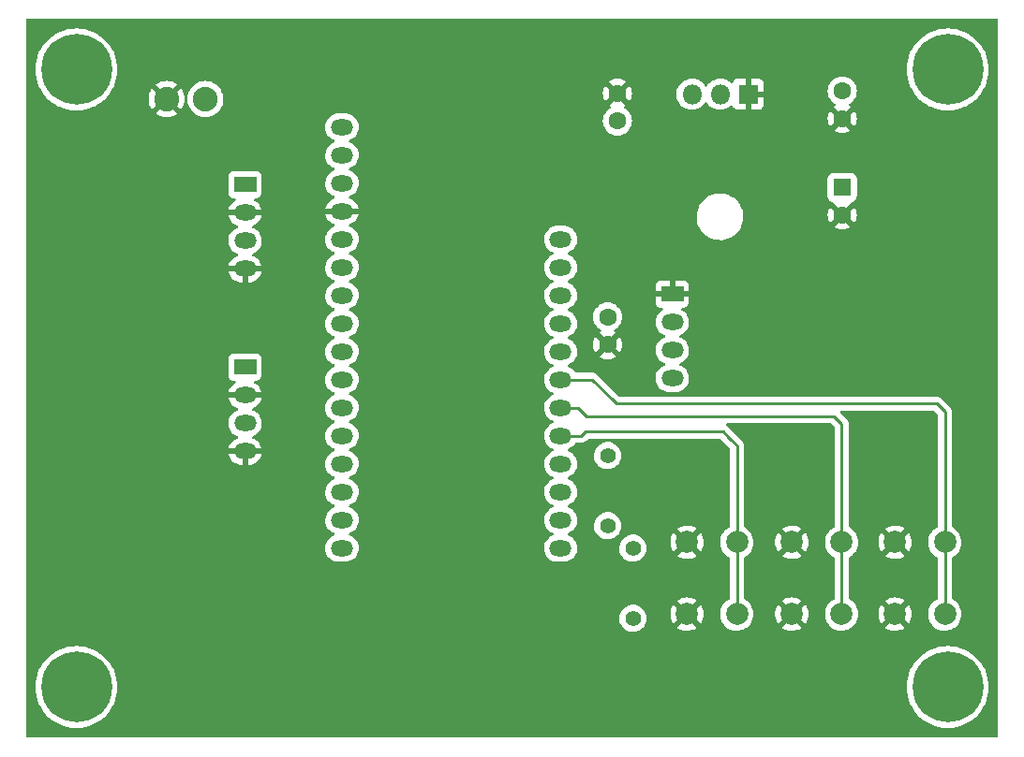
<source format=gbr>
%TF.GenerationSoftware,KiCad,Pcbnew,(5.99.0-3636-gf745036d8)*%
%TF.CreationDate,2020-10-30T20:07:45-04:00*%
%TF.ProjectId,waxMelter,7761784d-656c-4746-9572-2e6b69636164,rev?*%
%TF.SameCoordinates,Original*%
%TF.FileFunction,Copper,L2,Bot*%
%TF.FilePolarity,Positive*%
%FSLAX46Y46*%
G04 Gerber Fmt 4.6, Leading zero omitted, Abs format (unit mm)*
G04 Created by KiCad (PCBNEW (5.99.0-3636-gf745036d8)) date 2020-10-30 20:07:45*
%MOMM*%
%LPD*%
G01*
G04 APERTURE LIST*
%TA.AperFunction,ComponentPad*%
%ADD10O,1.800000X1.800000*%
%TD*%
%TA.AperFunction,ComponentPad*%
%ADD11R,1.800000X1.800000*%
%TD*%
%TA.AperFunction,ComponentPad*%
%ADD12R,2.000000X1.440000*%
%TD*%
%TA.AperFunction,ComponentPad*%
%ADD13O,2.000000X1.440000*%
%TD*%
%TA.AperFunction,ComponentPad*%
%ADD14C,1.600000*%
%TD*%
%TA.AperFunction,ComponentPad*%
%ADD15C,6.400000*%
%TD*%
%TA.AperFunction,ComponentPad*%
%ADD16C,1.422400*%
%TD*%
%TA.AperFunction,ComponentPad*%
%ADD17R,1.600000X1.600000*%
%TD*%
%TA.AperFunction,ComponentPad*%
%ADD18C,2.235200*%
%TD*%
%TA.AperFunction,ComponentPad*%
%ADD19C,2.000000*%
%TD*%
%TA.AperFunction,Conductor*%
%ADD20C,0.250000*%
%TD*%
G04 APERTURE END LIST*
D10*
%TO.P,U1,3,VI*%
%TO.N,+5V*%
X111506000Y-61914667D03*
%TO.P,U1,2,VO*%
%TO.N,+3V3*%
X114046000Y-61914667D03*
D11*
%TO.P,U1,1,GND*%
%TO.N,GND*%
X116586000Y-61914667D03*
%TD*%
D12*
%TO.P,U4,1,V+*%
%TO.N,+3V3*%
X71120000Y-86614000D03*
D13*
%TO.P,U4,2,GND*%
%TO.N,GND*%
X71120000Y-89154000D03*
%TO.P,U4,3,OUT*%
%TO.N,SENSOR_1*%
X71120000Y-91694000D03*
%TO.P,U4,4,GND*%
%TO.N,GND*%
X71120000Y-94234000D03*
%TD*%
%TO.P,U2,1,BAT*%
%TO.N,Net-(U2-Pad1)*%
X99644200Y-75057000D03*
%TO.P,U2,2,EN*%
%TO.N,Net-(U2-Pad2)*%
X99644200Y-77597000D03*
%TO.P,U2,3,USB*%
%TO.N,+5V*%
X99644200Y-80137000D03*
%TO.P,U2,4,A12/GPIO13*%
%TO.N,Net-(U2-Pad4)*%
X99644200Y-82677000D03*
%TO.P,U2,5,A11/GPIO12*%
%TO.N,Net-(U2-Pad5)*%
X99644200Y-85217000D03*
%TO.P,U2,6,A10/GPIO27*%
%TO.N,Net-(SW1-Pad1)*%
X99644200Y-87757000D03*
%TO.P,U2,7,A9/GPIO33/32K*%
%TO.N,Net-(SW2-Pad1)*%
X99644200Y-90297000D03*
%TO.P,U2,8,A8/GPIO15*%
%TO.N,Net-(SW3-Pad1)*%
X99644200Y-92837000D03*
%TO.P,U2,9,A7/GPIO32/32K*%
%TO.N,Net-(U2-Pad9)*%
X99644200Y-95377000D03*
%TO.P,U2,10,A6/GPIO14*%
%TO.N,Net-(U2-Pad10)*%
X99644200Y-97917000D03*
%TO.P,U2,11,SCL*%
%TO.N,I2C_SCL*%
X99644200Y-100457000D03*
%TO.P,U2,12,SDA*%
%TO.N,I2C_SDA*%
X99644200Y-102997000D03*
%TO.P,U2,13,~RST*%
%TO.N,Net-(U2-Pad13)*%
X79883000Y-64897000D03*
%TO.P,U2,14,NC*%
%TO.N,Net-(U2-Pad14)*%
X79883000Y-67437000D03*
%TO.P,U2,15*%
%TO.N,N/C*%
X79883000Y-69977000D03*
%TO.P,U2,16,GND*%
%TO.N,GND*%
X79883000Y-72517000D03*
%TO.P,U2,17,A0/GPIO26*%
%TO.N,OUTLET_CTRL*%
X79883000Y-75057000D03*
%TO.P,U2,18,A1/GPIO25*%
%TO.N,SENSOR_0*%
X79883000Y-77597000D03*
%TO.P,U2,19,A2/GPI34*%
%TO.N,Net-(U2-Pad19)*%
X79883000Y-80137000D03*
%TO.P,U2,20,A3/GPI39*%
%TO.N,Net-(U2-Pad20)*%
X79883000Y-82677000D03*
%TO.P,U2,21,A4/GPI36*%
%TO.N,Net-(U2-Pad21)*%
X79883000Y-85217000D03*
%TO.P,U2,22,A5/GPIO4*%
%TO.N,SENSOR_1*%
X79883000Y-87757000D03*
%TO.P,U2,23,SCK*%
%TO.N,Net-(U2-Pad23)*%
X79883000Y-90297000D03*
%TO.P,U2,24,MO*%
%TO.N,Net-(U2-Pad24)*%
X79883000Y-92837000D03*
%TO.P,U2,25,MI*%
%TO.N,Net-(U2-Pad25)*%
X79883000Y-95377000D03*
%TO.P,U2,26,RX*%
%TO.N,Net-(U2-Pad26)*%
X79883000Y-97917000D03*
%TO.P,U2,27,TX*%
%TO.N,Net-(U2-Pad27)*%
X79883000Y-100457000D03*
%TO.P,U2,28,21*%
%TO.N,Net-(U2-Pad28)*%
X79883000Y-102997000D03*
%TD*%
D14*
%TO.P,C4,1*%
%TO.N,GND*%
X103886000Y-84582000D03*
%TO.P,C4,2*%
%TO.N,+3V3*%
X103886000Y-82082000D03*
%TD*%
D12*
%TO.P,U3,1,V+*%
%TO.N,+3V3*%
X71120000Y-70104000D03*
D13*
%TO.P,U3,2,GND*%
%TO.N,GND*%
X71120000Y-72644000D03*
%TO.P,U3,3,OUT*%
%TO.N,SENSOR_0*%
X71120000Y-75184000D03*
%TO.P,U3,4,GND*%
%TO.N,GND*%
X71120000Y-77724000D03*
%TD*%
D15*
%TO.P,,1*%
%TO.N,N/C*%
X55880000Y-115570000D03*
%TD*%
D14*
%TO.P,C2,1*%
%TO.N,+3V3*%
X125095000Y-61635000D03*
%TO.P,C2,2*%
%TO.N,GND*%
X125095000Y-64135000D03*
%TD*%
D16*
%TO.P,R1,1*%
%TO.N,+3V3*%
X103886000Y-94615000D03*
%TO.P,R1,2*%
%TO.N,I2C_SCL*%
X103886000Y-100965000D03*
%TD*%
D15*
%TO.P,,1*%
%TO.N,N/C*%
X134620000Y-59690000D03*
%TD*%
D16*
%TO.P,R2,1*%
%TO.N,+3V3*%
X106172000Y-109347000D03*
%TO.P,R2,2*%
%TO.N,I2C_SDA*%
X106172000Y-102997000D03*
%TD*%
D17*
%TO.P,C3,1*%
%TO.N,+3V3*%
X125095000Y-70358000D03*
D14*
%TO.P,C3,2*%
%TO.N,GND*%
X125095000Y-72858000D03*
%TD*%
%TO.P,C1,1*%
%TO.N,GND*%
X104775000Y-61849000D03*
%TO.P,C1,2*%
%TO.N,+5V*%
X104775000Y-64349000D03*
%TD*%
D15*
%TO.P,,1*%
%TO.N,N/C*%
X134620000Y-115570000D03*
%TD*%
%TO.P,,1*%
%TO.N,N/C*%
X55880000Y-59690000D03*
%TD*%
D18*
%TO.P,J1,1,Pin_1*%
%TO.N,OUTLET_CTRL*%
X67538600Y-62357000D03*
%TO.P,J1,2,Pin_2*%
%TO.N,GND*%
X64033400Y-62357000D03*
%TD*%
D19*
%TO.P,SW1,1,1*%
%TO.N,Net-(SW1-Pad1)*%
X134366000Y-102466000D03*
X134366000Y-108966000D03*
%TO.P,SW1,2,2*%
%TO.N,GND*%
X129866000Y-102466000D03*
X129866000Y-108966000D03*
%TD*%
%TO.P,SW2,1,1*%
%TO.N,Net-(SW2-Pad1)*%
X125040000Y-108966000D03*
X125040000Y-102466000D03*
%TO.P,SW2,2,2*%
%TO.N,GND*%
X120540000Y-102466000D03*
X120540000Y-108966000D03*
%TD*%
%TO.P,SW3,1,1*%
%TO.N,Net-(SW3-Pad1)*%
X115570000Y-108966000D03*
X115570000Y-102466000D03*
%TO.P,SW3,2,2*%
%TO.N,GND*%
X111070000Y-102466000D03*
X111070000Y-108966000D03*
%TD*%
D12*
%TO.P,OLED1,1,GND*%
%TO.N,GND*%
X109728000Y-80010000D03*
D13*
%TO.P,OLED1,2,VCC*%
%TO.N,+3V3*%
X109728000Y-82550000D03*
%TO.P,OLED1,3,SCL*%
%TO.N,I2C_SCL*%
X109728000Y-85090000D03*
%TO.P,OLED1,4,SDA*%
%TO.N,I2C_SDA*%
X109728000Y-87630000D03*
%TD*%
D20*
%TO.N,Net-(SW1-Pad1)*%
X134366000Y-90678000D02*
X134366000Y-102466000D01*
X134366000Y-108966000D02*
X134366000Y-102466000D01*
X102489000Y-87757000D02*
X104394000Y-89662000D01*
X104648000Y-89916000D02*
X133604000Y-89916000D01*
X133604000Y-89916000D02*
X134366000Y-90678000D01*
X99644200Y-87757000D02*
X102489000Y-87757000D01*
X104394000Y-89662000D02*
X104648000Y-89916000D01*
%TO.N,Net-(SW2-Pad1)*%
X125040000Y-91766000D02*
X125040000Y-102466000D01*
X124333000Y-91059000D02*
X125040000Y-91766000D01*
X101219000Y-90297000D02*
X101981000Y-91059000D01*
X99644200Y-90297000D02*
X101219000Y-90297000D01*
X125040000Y-102466000D02*
X125040000Y-108966000D01*
X101981000Y-91059000D02*
X124333000Y-91059000D01*
%TO.N,Net-(SW3-Pad1)*%
X114300000Y-92456000D02*
X114935000Y-93091000D01*
X115570000Y-93726000D02*
X115570000Y-102466000D01*
X115570000Y-108966000D02*
X115570000Y-102466000D01*
X99644200Y-92837000D02*
X101473000Y-92837000D01*
X114935000Y-93091000D02*
X115570000Y-93726000D01*
X114681000Y-92837000D02*
X114935000Y-93091000D01*
X101473000Y-92837000D02*
X101854000Y-92456000D01*
X101854000Y-92456000D02*
X114300000Y-92456000D01*
%TD*%
%TA.AperFunction,Conductor*%
%TO.N,GND*%
G36*
X139191501Y-120141500D02*
G01*
X51308500Y-120141500D01*
X51308500Y-115570000D01*
X52167000Y-115570000D01*
X52187339Y-115958108D01*
X52248138Y-116341976D01*
X52348727Y-116717382D01*
X52488005Y-117080211D01*
X52488006Y-117080213D01*
X52664448Y-117426500D01*
X52876120Y-117752447D01*
X52876124Y-117752453D01*
X53120703Y-118054483D01*
X53395517Y-118329297D01*
X53697547Y-118573876D01*
X53697552Y-118573879D01*
X53697553Y-118573880D01*
X54023500Y-118785552D01*
X54369787Y-118961994D01*
X54369789Y-118961995D01*
X54732618Y-119101273D01*
X55108024Y-119201862D01*
X55491892Y-119262661D01*
X55880000Y-119283000D01*
X56268108Y-119262661D01*
X56651976Y-119201862D01*
X57027382Y-119101273D01*
X57390211Y-118961995D01*
X57390213Y-118961994D01*
X57736500Y-118785552D01*
X58062447Y-118573880D01*
X58062448Y-118573879D01*
X58062453Y-118573876D01*
X58364483Y-118329297D01*
X58639297Y-118054483D01*
X58883876Y-117752453D01*
X58883880Y-117752447D01*
X59095552Y-117426500D01*
X59271994Y-117080213D01*
X59271995Y-117080211D01*
X59411273Y-116717382D01*
X59511862Y-116341976D01*
X59572661Y-115958108D01*
X59593000Y-115570000D01*
X130907000Y-115570000D01*
X130927339Y-115958108D01*
X130988138Y-116341976D01*
X131088727Y-116717382D01*
X131228005Y-117080211D01*
X131228006Y-117080213D01*
X131404448Y-117426500D01*
X131616120Y-117752447D01*
X131616124Y-117752453D01*
X131860703Y-118054483D01*
X132135517Y-118329297D01*
X132437547Y-118573876D01*
X132437552Y-118573879D01*
X132437553Y-118573880D01*
X132763500Y-118785552D01*
X133109787Y-118961994D01*
X133109789Y-118961995D01*
X133472618Y-119101273D01*
X133848024Y-119201862D01*
X134231892Y-119262661D01*
X134620000Y-119283000D01*
X135008108Y-119262661D01*
X135391976Y-119201862D01*
X135767382Y-119101273D01*
X136130211Y-118961995D01*
X136130213Y-118961994D01*
X136476500Y-118785552D01*
X136802447Y-118573880D01*
X136802448Y-118573879D01*
X136802453Y-118573876D01*
X137104483Y-118329297D01*
X137379297Y-118054483D01*
X137623876Y-117752453D01*
X137623880Y-117752447D01*
X137835552Y-117426500D01*
X138011994Y-117080213D01*
X138011995Y-117080211D01*
X138151273Y-116717382D01*
X138251862Y-116341976D01*
X138312661Y-115958108D01*
X138333000Y-115570000D01*
X138312661Y-115181892D01*
X138251862Y-114798024D01*
X138151273Y-114422618D01*
X138011995Y-114059789D01*
X138011994Y-114059787D01*
X137835552Y-113713500D01*
X137623880Y-113387553D01*
X137623879Y-113387552D01*
X137623876Y-113387547D01*
X137379297Y-113085517D01*
X137104483Y-112810703D01*
X136802453Y-112566124D01*
X136802447Y-112566120D01*
X136476500Y-112354448D01*
X136130213Y-112178006D01*
X136130211Y-112178005D01*
X135767382Y-112038727D01*
X135391976Y-111938138D01*
X135008108Y-111877339D01*
X134620000Y-111857000D01*
X134231892Y-111877339D01*
X133848024Y-111938138D01*
X133472618Y-112038727D01*
X133109789Y-112178005D01*
X133109787Y-112178006D01*
X132763500Y-112354448D01*
X132437553Y-112566120D01*
X132437547Y-112566124D01*
X132135517Y-112810703D01*
X131860703Y-113085517D01*
X131616124Y-113387547D01*
X131616121Y-113387552D01*
X131616120Y-113387553D01*
X131404448Y-113713500D01*
X131228006Y-114059787D01*
X131228005Y-114059789D01*
X131088727Y-114422618D01*
X130988138Y-114798024D01*
X130927339Y-115181892D01*
X130907000Y-115570000D01*
X59593000Y-115570000D01*
X59572661Y-115181892D01*
X59511862Y-114798024D01*
X59411273Y-114422618D01*
X59271995Y-114059789D01*
X59271994Y-114059787D01*
X59095552Y-113713500D01*
X58883880Y-113387553D01*
X58883879Y-113387552D01*
X58883876Y-113387547D01*
X58639297Y-113085517D01*
X58364483Y-112810703D01*
X58062453Y-112566124D01*
X58062447Y-112566120D01*
X57736500Y-112354448D01*
X57390213Y-112178006D01*
X57390211Y-112178005D01*
X57027382Y-112038727D01*
X56651976Y-111938138D01*
X56268108Y-111877339D01*
X55880000Y-111857000D01*
X55491892Y-111877339D01*
X55108024Y-111938138D01*
X54732618Y-112038727D01*
X54369789Y-112178005D01*
X54369787Y-112178006D01*
X54023500Y-112354448D01*
X53697553Y-112566120D01*
X53697547Y-112566124D01*
X53395517Y-112810703D01*
X53120703Y-113085517D01*
X52876124Y-113387547D01*
X52876121Y-113387552D01*
X52876120Y-113387553D01*
X52664448Y-113713500D01*
X52488006Y-114059787D01*
X52488005Y-114059789D01*
X52348727Y-114422618D01*
X52248138Y-114798024D01*
X52187339Y-115181892D01*
X52167000Y-115570000D01*
X51308500Y-115570000D01*
X51308500Y-109423871D01*
X104950216Y-109423871D01*
X104981229Y-109626546D01*
X104983137Y-109639013D01*
X105053638Y-109844927D01*
X105053640Y-109844930D01*
X105053640Y-109844931D01*
X105082898Y-109897497D01*
X105159488Y-110035102D01*
X105297343Y-110203528D01*
X105441770Y-110326880D01*
X105462845Y-110344880D01*
X105556803Y-110399784D01*
X105650761Y-110454689D01*
X105855154Y-110529486D01*
X106069562Y-110566907D01*
X106069566Y-110566907D01*
X106287207Y-110565767D01*
X106501211Y-110526105D01*
X106647801Y-110470712D01*
X106704810Y-110449170D01*
X106713942Y-110443705D01*
X106891567Y-110337399D01*
X107052763Y-110196778D01*
X110198431Y-110196778D01*
X110295278Y-110265605D01*
X110513032Y-110372753D01*
X110745105Y-110443705D01*
X110985543Y-110476641D01*
X111228148Y-110470713D01*
X111466693Y-110426070D01*
X111695027Y-110343864D01*
X111907281Y-110226210D01*
X111942941Y-110198150D01*
X111070000Y-109325209D01*
X110198431Y-110196778D01*
X107052763Y-110196778D01*
X107055577Y-110194324D01*
X107111096Y-110125025D01*
X107191662Y-110024462D01*
X107295515Y-109833188D01*
X107341252Y-109694893D01*
X107363856Y-109626546D01*
X107394522Y-109411071D01*
X107396200Y-109346998D01*
X107376853Y-109130213D01*
X107360803Y-109071544D01*
X109560686Y-109071544D01*
X109596975Y-109311494D01*
X109671161Y-109542557D01*
X109781339Y-109758794D01*
X109839090Y-109837701D01*
X110710791Y-108966000D01*
X111429209Y-108966000D01*
X112301378Y-109838169D01*
X112395852Y-109694891D01*
X112495333Y-109473539D01*
X112558145Y-109239124D01*
X112582668Y-108997685D01*
X112583000Y-108965999D01*
X112563537Y-108724101D01*
X112505650Y-108488425D01*
X112410826Y-108265033D01*
X112302383Y-108092826D01*
X111429209Y-108966000D01*
X110710791Y-108966000D01*
X109838502Y-108093711D01*
X109798222Y-108146394D01*
X109683542Y-108360272D01*
X109604533Y-108589732D01*
X109563227Y-108828870D01*
X109560686Y-109071544D01*
X107360803Y-109071544D01*
X107319421Y-108920277D01*
X107225722Y-108723835D01*
X107225720Y-108723831D01*
X107098713Y-108547082D01*
X106994269Y-108445869D01*
X106942416Y-108395619D01*
X106881254Y-108354520D01*
X106761763Y-108274225D01*
X106562470Y-108186742D01*
X106350835Y-108135933D01*
X106133547Y-108123404D01*
X106133545Y-108123404D01*
X106025511Y-108136478D01*
X105917475Y-108149552D01*
X105709447Y-108213549D01*
X105516041Y-108313374D01*
X105343368Y-108445870D01*
X105196888Y-108606850D01*
X105196887Y-108606852D01*
X105196884Y-108606855D01*
X105081230Y-108791224D01*
X105000048Y-108993168D01*
X104983818Y-109071542D01*
X104955913Y-109206294D01*
X104952229Y-109346998D01*
X104950216Y-109423871D01*
X51308500Y-109423871D01*
X51308500Y-107735021D01*
X110198230Y-107735021D01*
X111070000Y-108606791D01*
X111944305Y-107732486D01*
X111933493Y-107723603D01*
X111723742Y-107601525D01*
X111497184Y-107514558D01*
X111259628Y-107464930D01*
X111017199Y-107453922D01*
X110776126Y-107481815D01*
X110542609Y-107547893D01*
X110322667Y-107650454D01*
X110198230Y-107735021D01*
X51308500Y-107735021D01*
X51308500Y-94488000D01*
X69633659Y-94488000D01*
X69633944Y-94490352D01*
X69698402Y-94699876D01*
X69798944Y-94894673D01*
X69932392Y-95068587D01*
X70094534Y-95216125D01*
X70280229Y-95332611D01*
X70483624Y-95414375D01*
X70698281Y-95458829D01*
X70753279Y-95462000D01*
X70866000Y-95462000D01*
X70866000Y-94488000D01*
X71374000Y-94488000D01*
X71374000Y-95462000D01*
X71456025Y-95462000D01*
X71618345Y-95447514D01*
X71829788Y-95389670D01*
X72027651Y-95295294D01*
X72205665Y-95167377D01*
X72358220Y-95009953D01*
X72480486Y-94828001D01*
X72568599Y-94627274D01*
X72602036Y-94488000D01*
X71374000Y-94488000D01*
X70866000Y-94488000D01*
X69633659Y-94488000D01*
X51308500Y-94488000D01*
X51308500Y-91732731D01*
X69607608Y-91732731D01*
X69610566Y-91757174D01*
X69633944Y-91950355D01*
X69698402Y-92159878D01*
X69798944Y-92354674D01*
X69932392Y-92528588D01*
X70094529Y-92676121D01*
X70094531Y-92676122D01*
X70094534Y-92676125D01*
X70280229Y-92792611D01*
X70409503Y-92844579D01*
X70465247Y-92888546D01*
X70488372Y-92955671D01*
X70471535Y-93024642D01*
X70416750Y-93075212D01*
X70212349Y-93172706D01*
X70034335Y-93300623D01*
X69881780Y-93458047D01*
X69759514Y-93639999D01*
X69671401Y-93840726D01*
X69637964Y-93980000D01*
X72606341Y-93980000D01*
X72606056Y-93977648D01*
X72541598Y-93768124D01*
X72441056Y-93573327D01*
X72307608Y-93399413D01*
X72145466Y-93251875D01*
X71959771Y-93135389D01*
X71830497Y-93083421D01*
X71774753Y-93039454D01*
X71751628Y-92972329D01*
X71768465Y-92903358D01*
X71823250Y-92852788D01*
X72027651Y-92755294D01*
X72205665Y-92627377D01*
X72205668Y-92627375D01*
X72358221Y-92469952D01*
X72480486Y-92288002D01*
X72568598Y-92087277D01*
X72574895Y-92061048D01*
X72619773Y-91874122D01*
X72632392Y-91655269D01*
X72617830Y-91534938D01*
X72606056Y-91437645D01*
X72541598Y-91228122D01*
X72441056Y-91033326D01*
X72307608Y-90859412D01*
X72145471Y-90711879D01*
X72145469Y-90711878D01*
X72145466Y-90711875D01*
X71959771Y-90595389D01*
X71830497Y-90543421D01*
X71774753Y-90499454D01*
X71751628Y-90432329D01*
X71768465Y-90363358D01*
X71823250Y-90312788D01*
X72027651Y-90215294D01*
X72205665Y-90087377D01*
X72358220Y-89929953D01*
X72480486Y-89748001D01*
X72568599Y-89547274D01*
X72602036Y-89408000D01*
X69633659Y-89408000D01*
X69633944Y-89410352D01*
X69698402Y-89619876D01*
X69798944Y-89814673D01*
X69932392Y-89988587D01*
X70094534Y-90136125D01*
X70280229Y-90252611D01*
X70409503Y-90304579D01*
X70465247Y-90348546D01*
X70488372Y-90415671D01*
X70471535Y-90484642D01*
X70416750Y-90535212D01*
X70212349Y-90632706D01*
X70102175Y-90711875D01*
X70034332Y-90760625D01*
X69881779Y-90918048D01*
X69759514Y-91099998D01*
X69745647Y-91131588D01*
X69671401Y-91300726D01*
X69620227Y-91513878D01*
X69617534Y-91560580D01*
X69607886Y-91727917D01*
X69607608Y-91732731D01*
X51308500Y-91732731D01*
X51308500Y-85893997D01*
X69607000Y-85893997D01*
X69607000Y-87334002D01*
X69643252Y-87500648D01*
X69653359Y-87547108D01*
X69732300Y-87669944D01*
X69842651Y-87765563D01*
X69975471Y-87826220D01*
X70047735Y-87836610D01*
X70119997Y-87847000D01*
X70170643Y-87847000D01*
X70238764Y-87867002D01*
X70285257Y-87920658D01*
X70295361Y-87990932D01*
X70265867Y-88055512D01*
X70224887Y-88086726D01*
X70212349Y-88092706D01*
X70034335Y-88220623D01*
X69881780Y-88378047D01*
X69759514Y-88559999D01*
X69671401Y-88760726D01*
X69637964Y-88900000D01*
X72606341Y-88900000D01*
X72606056Y-88897648D01*
X72541598Y-88688124D01*
X72441056Y-88493327D01*
X72307608Y-88319413D01*
X72145466Y-88171875D01*
X71998585Y-88079737D01*
X71951507Y-88026594D01*
X71940635Y-87956435D01*
X71969419Y-87891535D01*
X72028721Y-87852500D01*
X72065541Y-87847000D01*
X72120002Y-87847000D01*
X72333105Y-87800642D01*
X72333106Y-87800641D01*
X72333108Y-87800641D01*
X72455944Y-87721700D01*
X72551563Y-87611349D01*
X72612220Y-87478529D01*
X72633000Y-87334000D01*
X72633000Y-85893997D01*
X72586642Y-85680895D01*
X72586641Y-85680894D01*
X72586641Y-85680892D01*
X72507700Y-85558056D01*
X72505187Y-85555878D01*
X72397349Y-85462437D01*
X72264529Y-85401780D01*
X72192265Y-85391390D01*
X72120003Y-85381000D01*
X70119998Y-85381000D01*
X69906895Y-85427358D01*
X69906894Y-85427359D01*
X69906892Y-85427359D01*
X69784056Y-85506300D01*
X69688437Y-85616651D01*
X69627780Y-85749471D01*
X69627607Y-85750674D01*
X69607000Y-85893997D01*
X51308500Y-85893997D01*
X51308500Y-77978000D01*
X69633659Y-77978000D01*
X69633944Y-77980352D01*
X69698402Y-78189876D01*
X69798944Y-78384673D01*
X69932392Y-78558587D01*
X70094534Y-78706125D01*
X70280229Y-78822611D01*
X70483624Y-78904375D01*
X70698281Y-78948829D01*
X70753279Y-78952000D01*
X70866000Y-78952000D01*
X70866000Y-77978000D01*
X71374000Y-77978000D01*
X71374000Y-78952000D01*
X71456025Y-78952000D01*
X71618345Y-78937514D01*
X71829788Y-78879670D01*
X72027651Y-78785294D01*
X72205665Y-78657377D01*
X72358220Y-78499953D01*
X72480486Y-78318001D01*
X72568599Y-78117274D01*
X72602036Y-77978000D01*
X71374000Y-77978000D01*
X70866000Y-77978000D01*
X69633659Y-77978000D01*
X51308500Y-77978000D01*
X51308500Y-75222731D01*
X69607608Y-75222731D01*
X69609350Y-75237122D01*
X69633944Y-75440355D01*
X69698402Y-75649878D01*
X69798944Y-75844674D01*
X69932392Y-76018588D01*
X70094529Y-76166121D01*
X70094531Y-76166122D01*
X70094534Y-76166125D01*
X70280229Y-76282611D01*
X70409503Y-76334579D01*
X70465247Y-76378546D01*
X70488372Y-76445671D01*
X70471535Y-76514642D01*
X70416750Y-76565212D01*
X70212349Y-76662706D01*
X70034335Y-76790623D01*
X69881780Y-76948047D01*
X69759514Y-77129999D01*
X69671401Y-77330726D01*
X69637964Y-77470000D01*
X72606341Y-77470000D01*
X72606056Y-77467648D01*
X72541598Y-77258124D01*
X72441056Y-77063327D01*
X72307608Y-76889413D01*
X72145466Y-76741875D01*
X71959771Y-76625389D01*
X71830497Y-76573421D01*
X71774753Y-76529454D01*
X71751628Y-76462329D01*
X71768465Y-76393358D01*
X71823250Y-76342788D01*
X72027651Y-76245294D01*
X72184528Y-76132565D01*
X72205668Y-76117375D01*
X72358221Y-75959952D01*
X72480486Y-75778002D01*
X72568598Y-75577277D01*
X72568599Y-75577274D01*
X72619773Y-75364122D01*
X72632392Y-75145269D01*
X72626398Y-75095731D01*
X78370608Y-75095731D01*
X78376603Y-75145269D01*
X78396944Y-75313355D01*
X78461402Y-75522878D01*
X78561944Y-75717674D01*
X78695392Y-75891588D01*
X78857529Y-76039121D01*
X78857531Y-76039122D01*
X78857534Y-76039125D01*
X79043229Y-76155611D01*
X79172503Y-76207579D01*
X79228247Y-76251546D01*
X79251372Y-76318671D01*
X79234535Y-76387642D01*
X79179750Y-76438212D01*
X78975349Y-76535706D01*
X78865175Y-76614875D01*
X78797332Y-76663625D01*
X78644779Y-76821048D01*
X78522514Y-77002998D01*
X78466765Y-77129999D01*
X78434401Y-77203726D01*
X78401529Y-77340648D01*
X78383227Y-77416880D01*
X78370608Y-77635729D01*
X78396944Y-77853355D01*
X78461402Y-78062878D01*
X78561944Y-78257674D01*
X78695392Y-78431588D01*
X78857529Y-78579121D01*
X78857531Y-78579122D01*
X78857534Y-78579125D01*
X79043229Y-78695611D01*
X79172503Y-78747579D01*
X79228247Y-78791546D01*
X79251372Y-78858671D01*
X79234535Y-78927642D01*
X79179750Y-78978212D01*
X78975349Y-79075706D01*
X78865175Y-79154875D01*
X78797332Y-79203625D01*
X78644779Y-79361048D01*
X78522514Y-79542998D01*
X78522514Y-79542999D01*
X78434401Y-79743726D01*
X78401529Y-79880648D01*
X78383227Y-79956880D01*
X78370608Y-80175729D01*
X78396944Y-80393355D01*
X78461402Y-80602878D01*
X78561944Y-80797674D01*
X78695392Y-80971588D01*
X78857529Y-81119121D01*
X78857531Y-81119122D01*
X78857534Y-81119125D01*
X79043229Y-81235611D01*
X79172503Y-81287579D01*
X79228247Y-81331546D01*
X79251372Y-81398671D01*
X79234535Y-81467642D01*
X79179750Y-81518212D01*
X78975349Y-81615706D01*
X78836593Y-81715413D01*
X78797332Y-81743625D01*
X78644779Y-81901048D01*
X78522514Y-82082998D01*
X78522514Y-82082999D01*
X78434401Y-82283726D01*
X78383227Y-82496878D01*
X78370608Y-82715731D01*
X78381142Y-82802779D01*
X78396944Y-82933355D01*
X78461402Y-83142878D01*
X78561944Y-83337674D01*
X78695392Y-83511588D01*
X78857529Y-83659121D01*
X78857531Y-83659122D01*
X78857534Y-83659125D01*
X79043229Y-83775611D01*
X79172503Y-83827579D01*
X79228247Y-83871546D01*
X79251372Y-83938671D01*
X79234535Y-84007642D01*
X79179750Y-84058212D01*
X78975349Y-84155706D01*
X78836593Y-84255413D01*
X78797332Y-84283625D01*
X78644779Y-84441048D01*
X78522514Y-84622998D01*
X78434402Y-84823723D01*
X78434401Y-84823726D01*
X78384622Y-85031070D01*
X78383227Y-85036880D01*
X78371602Y-85238499D01*
X78370608Y-85255731D01*
X78372350Y-85270122D01*
X78396944Y-85473355D01*
X78461402Y-85682878D01*
X78561944Y-85877674D01*
X78695392Y-86051588D01*
X78857529Y-86199121D01*
X78857531Y-86199122D01*
X78857534Y-86199125D01*
X79043229Y-86315611D01*
X79172503Y-86367579D01*
X79228247Y-86411546D01*
X79251372Y-86478671D01*
X79234535Y-86547642D01*
X79179750Y-86598212D01*
X78975349Y-86695706D01*
X78836593Y-86795413D01*
X78797332Y-86823625D01*
X78644779Y-86981048D01*
X78522514Y-87162998D01*
X78434402Y-87363723D01*
X78434401Y-87363726D01*
X78383227Y-87576878D01*
X78370608Y-87795731D01*
X78377478Y-87852500D01*
X78396944Y-88013355D01*
X78461402Y-88222878D01*
X78561944Y-88417674D01*
X78695392Y-88591588D01*
X78857529Y-88739121D01*
X78857531Y-88739122D01*
X78857534Y-88739125D01*
X79043229Y-88855611D01*
X79172503Y-88907579D01*
X79228247Y-88951546D01*
X79251372Y-89018671D01*
X79234535Y-89087642D01*
X79179750Y-89138212D01*
X78975349Y-89235706D01*
X78881905Y-89302853D01*
X78797332Y-89363625D01*
X78644779Y-89521048D01*
X78522514Y-89702998D01*
X78434402Y-89903723D01*
X78434401Y-89903726D01*
X78383227Y-90116878D01*
X78370608Y-90335731D01*
X78374782Y-90370224D01*
X78396944Y-90553355D01*
X78461402Y-90762878D01*
X78561944Y-90957674D01*
X78695392Y-91131588D01*
X78857529Y-91279121D01*
X78857531Y-91279122D01*
X78857534Y-91279125D01*
X79043229Y-91395611D01*
X79172503Y-91447579D01*
X79228247Y-91491546D01*
X79251372Y-91558671D01*
X79234535Y-91627642D01*
X79179750Y-91678212D01*
X78975349Y-91775706D01*
X78838390Y-91874122D01*
X78797332Y-91903625D01*
X78644779Y-92061048D01*
X78522514Y-92242998D01*
X78473492Y-92354674D01*
X78434401Y-92443726D01*
X78383227Y-92656878D01*
X78370608Y-92875731D01*
X78374454Y-92907513D01*
X78396944Y-93093355D01*
X78461402Y-93302878D01*
X78561944Y-93497674D01*
X78695392Y-93671588D01*
X78857529Y-93819121D01*
X78857531Y-93819122D01*
X78857534Y-93819125D01*
X79043229Y-93935611D01*
X79172503Y-93987579D01*
X79228247Y-94031546D01*
X79251372Y-94098671D01*
X79234535Y-94167642D01*
X79179750Y-94218212D01*
X78975349Y-94315706D01*
X78818472Y-94428435D01*
X78797332Y-94443625D01*
X78644779Y-94601048D01*
X78522514Y-94782998D01*
X78466272Y-94911122D01*
X78434401Y-94983726D01*
X78383227Y-95196878D01*
X78370608Y-95415731D01*
X78381142Y-95502779D01*
X78396944Y-95633355D01*
X78461402Y-95842878D01*
X78561944Y-96037674D01*
X78695392Y-96211588D01*
X78857529Y-96359121D01*
X78857531Y-96359122D01*
X78857534Y-96359125D01*
X79043229Y-96475611D01*
X79172503Y-96527579D01*
X79228247Y-96571546D01*
X79251372Y-96638671D01*
X79234535Y-96707642D01*
X79179750Y-96758212D01*
X78975349Y-96855706D01*
X78865175Y-96934875D01*
X78797332Y-96983625D01*
X78644779Y-97141048D01*
X78522514Y-97322998D01*
X78522514Y-97322999D01*
X78434401Y-97523726D01*
X78401529Y-97660648D01*
X78383227Y-97736880D01*
X78370608Y-97955729D01*
X78396944Y-98173355D01*
X78461402Y-98382878D01*
X78561944Y-98577674D01*
X78695392Y-98751588D01*
X78857529Y-98899121D01*
X78857531Y-98899122D01*
X78857534Y-98899125D01*
X79043229Y-99015611D01*
X79172503Y-99067579D01*
X79228247Y-99111546D01*
X79251372Y-99178671D01*
X79234535Y-99247642D01*
X79179750Y-99298212D01*
X78975349Y-99395706D01*
X78865175Y-99474875D01*
X78797332Y-99523625D01*
X78644779Y-99681048D01*
X78522514Y-99862998D01*
X78492499Y-99931374D01*
X78434401Y-100063726D01*
X78401529Y-100200648D01*
X78383227Y-100276880D01*
X78370608Y-100495729D01*
X78396944Y-100713355D01*
X78461402Y-100922878D01*
X78561944Y-101117674D01*
X78695392Y-101291588D01*
X78857529Y-101439121D01*
X78857531Y-101439122D01*
X78857534Y-101439125D01*
X79043229Y-101555611D01*
X79172503Y-101607579D01*
X79228247Y-101651546D01*
X79251372Y-101718671D01*
X79234535Y-101787642D01*
X79179750Y-101838212D01*
X78975349Y-101935706D01*
X78865175Y-102014875D01*
X78797332Y-102063625D01*
X78644779Y-102221048D01*
X78522514Y-102402998D01*
X78448528Y-102571544D01*
X78434401Y-102603726D01*
X78383227Y-102816878D01*
X78370608Y-103035731D01*
X78373675Y-103061071D01*
X78396944Y-103253355D01*
X78461402Y-103462878D01*
X78561944Y-103657674D01*
X78695392Y-103831588D01*
X78857529Y-103979121D01*
X78857531Y-103979122D01*
X78857534Y-103979125D01*
X79043229Y-104095611D01*
X79246624Y-104177375D01*
X79461281Y-104221829D01*
X79516279Y-104225000D01*
X80219025Y-104225000D01*
X80381345Y-104210514D01*
X80592788Y-104152670D01*
X80790651Y-104058294D01*
X80968665Y-103930377D01*
X80968668Y-103930375D01*
X81121221Y-103772952D01*
X81243486Y-103591002D01*
X81331598Y-103390277D01*
X81355911Y-103289009D01*
X81382773Y-103177122D01*
X81395392Y-102958269D01*
X81383051Y-102856292D01*
X81369056Y-102740645D01*
X81304598Y-102531122D01*
X81204056Y-102336326D01*
X81070608Y-102162412D01*
X80908471Y-102014879D01*
X80908469Y-102014878D01*
X80908466Y-102014875D01*
X80722771Y-101898389D01*
X80593497Y-101846421D01*
X80537753Y-101802454D01*
X80514628Y-101735329D01*
X80531465Y-101666358D01*
X80586250Y-101615788D01*
X80790651Y-101518294D01*
X80968665Y-101390377D01*
X80968668Y-101390375D01*
X81121221Y-101232952D01*
X81243486Y-101051002D01*
X81331598Y-100850277D01*
X81356102Y-100748213D01*
X81382773Y-100637122D01*
X81395392Y-100418269D01*
X81384858Y-100331221D01*
X81369056Y-100200645D01*
X81304598Y-99991122D01*
X81204056Y-99796326D01*
X81070608Y-99622412D01*
X80908471Y-99474879D01*
X80908469Y-99474878D01*
X80908466Y-99474875D01*
X80722771Y-99358389D01*
X80593497Y-99306421D01*
X80537753Y-99262454D01*
X80514628Y-99195329D01*
X80531465Y-99126358D01*
X80586250Y-99075788D01*
X80790651Y-98978294D01*
X80968665Y-98850377D01*
X80968668Y-98850375D01*
X81121221Y-98692952D01*
X81243486Y-98511002D01*
X81331598Y-98310277D01*
X81331599Y-98310274D01*
X81382773Y-98097122D01*
X81395392Y-97878269D01*
X81384858Y-97791221D01*
X81369056Y-97660645D01*
X81304598Y-97451122D01*
X81204056Y-97256326D01*
X81070608Y-97082412D01*
X80908471Y-96934879D01*
X80908469Y-96934878D01*
X80908466Y-96934875D01*
X80722771Y-96818389D01*
X80593497Y-96766421D01*
X80537753Y-96722454D01*
X80514628Y-96655329D01*
X80531465Y-96586358D01*
X80586250Y-96535788D01*
X80790651Y-96438294D01*
X80968665Y-96310377D01*
X80968668Y-96310375D01*
X81121221Y-96152952D01*
X81243486Y-95971002D01*
X81331598Y-95770277D01*
X81343023Y-95722689D01*
X81382773Y-95557122D01*
X81395392Y-95338269D01*
X81384858Y-95251221D01*
X81369056Y-95120645D01*
X81304598Y-94911122D01*
X81204056Y-94716326D01*
X81070608Y-94542412D01*
X80908471Y-94394879D01*
X80908469Y-94394878D01*
X80908466Y-94394875D01*
X80722771Y-94278389D01*
X80593497Y-94226421D01*
X80537753Y-94182454D01*
X80514628Y-94115329D01*
X80531465Y-94046358D01*
X80586250Y-93995788D01*
X80790651Y-93898294D01*
X80968665Y-93770377D01*
X80968668Y-93770375D01*
X81121221Y-93612952D01*
X81243486Y-93431002D01*
X81331598Y-93230277D01*
X81354379Y-93135389D01*
X81382773Y-93017122D01*
X81391004Y-92874375D01*
X81395392Y-92798271D01*
X81369056Y-92580645D01*
X81304598Y-92371122D01*
X81204056Y-92176326D01*
X81070608Y-92002412D01*
X80908471Y-91854879D01*
X80908469Y-91854878D01*
X80908466Y-91854875D01*
X80722771Y-91738389D01*
X80593497Y-91686421D01*
X80537753Y-91642454D01*
X80514628Y-91575329D01*
X80531465Y-91506358D01*
X80586250Y-91455788D01*
X80790651Y-91358294D01*
X80968665Y-91230377D01*
X80968668Y-91230375D01*
X81121221Y-91072952D01*
X81243486Y-90891002D01*
X81331598Y-90690277D01*
X81336669Y-90669155D01*
X81382773Y-90477122D01*
X81392144Y-90314607D01*
X81395392Y-90258271D01*
X81389600Y-90210405D01*
X81380830Y-90137938D01*
X81369056Y-90040645D01*
X81304598Y-89831122D01*
X81204056Y-89636326D01*
X81070608Y-89462412D01*
X80908471Y-89314879D01*
X80908469Y-89314878D01*
X80908466Y-89314875D01*
X80722771Y-89198389D01*
X80593497Y-89146421D01*
X80537753Y-89102454D01*
X80514628Y-89035329D01*
X80531465Y-88966358D01*
X80586250Y-88915788D01*
X80790651Y-88818294D01*
X80947528Y-88705565D01*
X80968668Y-88690375D01*
X81121221Y-88532952D01*
X81243486Y-88351002D01*
X81331598Y-88150277D01*
X81331599Y-88150274D01*
X81382773Y-87937122D01*
X81395392Y-87718269D01*
X81380023Y-87591269D01*
X81369056Y-87500645D01*
X81304598Y-87291122D01*
X81204056Y-87096326D01*
X81070608Y-86922412D01*
X80908471Y-86774879D01*
X80908469Y-86774878D01*
X80908466Y-86774875D01*
X80722771Y-86658389D01*
X80593497Y-86606421D01*
X80537753Y-86562454D01*
X80514628Y-86495329D01*
X80531465Y-86426358D01*
X80586250Y-86375788D01*
X80790651Y-86278294D01*
X80947528Y-86165565D01*
X80968668Y-86150375D01*
X81121221Y-85992952D01*
X81243486Y-85811002D01*
X81331598Y-85610277D01*
X81331599Y-85610274D01*
X81382773Y-85397122D01*
X81395392Y-85178269D01*
X81380023Y-85051269D01*
X81369056Y-84960645D01*
X81304598Y-84751122D01*
X81204056Y-84556326D01*
X81070608Y-84382412D01*
X80908471Y-84234879D01*
X80908469Y-84234878D01*
X80908466Y-84234875D01*
X80722771Y-84118389D01*
X80593497Y-84066421D01*
X80537753Y-84022454D01*
X80514628Y-83955329D01*
X80531465Y-83886358D01*
X80586250Y-83835788D01*
X80790651Y-83738294D01*
X80947528Y-83625565D01*
X80968668Y-83610375D01*
X81121221Y-83452952D01*
X81243486Y-83271002D01*
X81331598Y-83070277D01*
X81331599Y-83070274D01*
X81382773Y-82857122D01*
X81395392Y-82638269D01*
X81380023Y-82511269D01*
X81369056Y-82420645D01*
X81304598Y-82211122D01*
X81204056Y-82016326D01*
X81070608Y-81842412D01*
X80908471Y-81694879D01*
X80908469Y-81694878D01*
X80908466Y-81694875D01*
X80722771Y-81578389D01*
X80593497Y-81526421D01*
X80537753Y-81482454D01*
X80514628Y-81415329D01*
X80531465Y-81346358D01*
X80586250Y-81295788D01*
X80790651Y-81198294D01*
X80968665Y-81070377D01*
X80968668Y-81070375D01*
X81121221Y-80912952D01*
X81243486Y-80731002D01*
X81331598Y-80530277D01*
X81331599Y-80530274D01*
X81382773Y-80317122D01*
X81395392Y-80098269D01*
X81384858Y-80011221D01*
X81369056Y-79880645D01*
X81304598Y-79671122D01*
X81204056Y-79476326D01*
X81070608Y-79302412D01*
X80908471Y-79154879D01*
X80908469Y-79154878D01*
X80908466Y-79154875D01*
X80722771Y-79038389D01*
X80593497Y-78986421D01*
X80537753Y-78942454D01*
X80514628Y-78875329D01*
X80531465Y-78806358D01*
X80586250Y-78755788D01*
X80790651Y-78658294D01*
X80968665Y-78530377D01*
X80968668Y-78530375D01*
X81121221Y-78372952D01*
X81243486Y-78191002D01*
X81331598Y-77990277D01*
X81333981Y-77980352D01*
X81382773Y-77777122D01*
X81395392Y-77558269D01*
X81384425Y-77467648D01*
X81369056Y-77340645D01*
X81304598Y-77131122D01*
X81204056Y-76936326D01*
X81070608Y-76762412D01*
X80908471Y-76614879D01*
X80908469Y-76614878D01*
X80908466Y-76614875D01*
X80722771Y-76498389D01*
X80593497Y-76446421D01*
X80537753Y-76402454D01*
X80514628Y-76335329D01*
X80531465Y-76266358D01*
X80586250Y-76215788D01*
X80790651Y-76118294D01*
X80968665Y-75990377D01*
X80968668Y-75990375D01*
X81121221Y-75832952D01*
X81243486Y-75651002D01*
X81331598Y-75450277D01*
X81333981Y-75440352D01*
X81382773Y-75237122D01*
X81390925Y-75095731D01*
X98131808Y-75095731D01*
X98137803Y-75145269D01*
X98158144Y-75313355D01*
X98222602Y-75522878D01*
X98323144Y-75717674D01*
X98456592Y-75891588D01*
X98618729Y-76039121D01*
X98618731Y-76039122D01*
X98618734Y-76039125D01*
X98804429Y-76155611D01*
X98933703Y-76207579D01*
X98989447Y-76251546D01*
X99012572Y-76318671D01*
X98995735Y-76387642D01*
X98940950Y-76438212D01*
X98736549Y-76535706D01*
X98626375Y-76614875D01*
X98558532Y-76663625D01*
X98405979Y-76821048D01*
X98283714Y-77002998D01*
X98227965Y-77129999D01*
X98195601Y-77203726D01*
X98162729Y-77340648D01*
X98144427Y-77416880D01*
X98131808Y-77635729D01*
X98158144Y-77853355D01*
X98222602Y-78062878D01*
X98323144Y-78257674D01*
X98456592Y-78431588D01*
X98618729Y-78579121D01*
X98618731Y-78579122D01*
X98618734Y-78579125D01*
X98804429Y-78695611D01*
X98933703Y-78747579D01*
X98989447Y-78791546D01*
X99012572Y-78858671D01*
X98995735Y-78927642D01*
X98940950Y-78978212D01*
X98736549Y-79075706D01*
X98626375Y-79154875D01*
X98558532Y-79203625D01*
X98405979Y-79361048D01*
X98283714Y-79542998D01*
X98283714Y-79542999D01*
X98195601Y-79743726D01*
X98162729Y-79880648D01*
X98144427Y-79956880D01*
X98131808Y-80175729D01*
X98158144Y-80393355D01*
X98222602Y-80602878D01*
X98323144Y-80797674D01*
X98456592Y-80971588D01*
X98618729Y-81119121D01*
X98618731Y-81119122D01*
X98618734Y-81119125D01*
X98804429Y-81235611D01*
X98933703Y-81287579D01*
X98989447Y-81331546D01*
X99012572Y-81398671D01*
X98995735Y-81467642D01*
X98940950Y-81518212D01*
X98736549Y-81615706D01*
X98597793Y-81715413D01*
X98558532Y-81743625D01*
X98405979Y-81901048D01*
X98283714Y-82082998D01*
X98283714Y-82082999D01*
X98195601Y-82283726D01*
X98144427Y-82496878D01*
X98131808Y-82715731D01*
X98142342Y-82802779D01*
X98158144Y-82933355D01*
X98222602Y-83142878D01*
X98323144Y-83337674D01*
X98456592Y-83511588D01*
X98618729Y-83659121D01*
X98618731Y-83659122D01*
X98618734Y-83659125D01*
X98804429Y-83775611D01*
X98933703Y-83827579D01*
X98989447Y-83871546D01*
X99012572Y-83938671D01*
X98995735Y-84007642D01*
X98940950Y-84058212D01*
X98736549Y-84155706D01*
X98597793Y-84255413D01*
X98558532Y-84283625D01*
X98405979Y-84441048D01*
X98283714Y-84622998D01*
X98195602Y-84823723D01*
X98195601Y-84823726D01*
X98145822Y-85031070D01*
X98144427Y-85036880D01*
X98132802Y-85238499D01*
X98131808Y-85255731D01*
X98133550Y-85270122D01*
X98158144Y-85473355D01*
X98222602Y-85682878D01*
X98323144Y-85877674D01*
X98456592Y-86051588D01*
X98618729Y-86199121D01*
X98618731Y-86199122D01*
X98618734Y-86199125D01*
X98804429Y-86315611D01*
X98933703Y-86367579D01*
X98989447Y-86411546D01*
X99012572Y-86478671D01*
X98995735Y-86547642D01*
X98940950Y-86598212D01*
X98736549Y-86695706D01*
X98597793Y-86795413D01*
X98558532Y-86823625D01*
X98405979Y-86981048D01*
X98283714Y-87162998D01*
X98195602Y-87363723D01*
X98195601Y-87363726D01*
X98144427Y-87576878D01*
X98131808Y-87795731D01*
X98138678Y-87852500D01*
X98158144Y-88013355D01*
X98222602Y-88222878D01*
X98323144Y-88417674D01*
X98456592Y-88591588D01*
X98618729Y-88739121D01*
X98618731Y-88739122D01*
X98618734Y-88739125D01*
X98804429Y-88855611D01*
X98933703Y-88907579D01*
X98989447Y-88951546D01*
X99012572Y-89018671D01*
X98995735Y-89087642D01*
X98940950Y-89138212D01*
X98736549Y-89235706D01*
X98643105Y-89302853D01*
X98558532Y-89363625D01*
X98405979Y-89521048D01*
X98283714Y-89702998D01*
X98195602Y-89903723D01*
X98195601Y-89903726D01*
X98144427Y-90116878D01*
X98131808Y-90335731D01*
X98135982Y-90370224D01*
X98158144Y-90553355D01*
X98222602Y-90762878D01*
X98323144Y-90957674D01*
X98456592Y-91131588D01*
X98618729Y-91279121D01*
X98618731Y-91279122D01*
X98618734Y-91279125D01*
X98804429Y-91395611D01*
X98933703Y-91447579D01*
X98989447Y-91491546D01*
X99012572Y-91558671D01*
X98995735Y-91627642D01*
X98940950Y-91678212D01*
X98736549Y-91775706D01*
X98599590Y-91874122D01*
X98558532Y-91903625D01*
X98405979Y-92061048D01*
X98283714Y-92242998D01*
X98234692Y-92354674D01*
X98195601Y-92443726D01*
X98144427Y-92656878D01*
X98131808Y-92875731D01*
X98135654Y-92907513D01*
X98158144Y-93093355D01*
X98222602Y-93302878D01*
X98323144Y-93497674D01*
X98456592Y-93671588D01*
X98618729Y-93819121D01*
X98618731Y-93819122D01*
X98618734Y-93819125D01*
X98804429Y-93935611D01*
X98933703Y-93987579D01*
X98989447Y-94031546D01*
X99012572Y-94098671D01*
X98995735Y-94167642D01*
X98940950Y-94218212D01*
X98736549Y-94315706D01*
X98579672Y-94428435D01*
X98558532Y-94443625D01*
X98405979Y-94601048D01*
X98283714Y-94782998D01*
X98227472Y-94911122D01*
X98195601Y-94983726D01*
X98144427Y-95196878D01*
X98131808Y-95415731D01*
X98142342Y-95502779D01*
X98158144Y-95633355D01*
X98222602Y-95842878D01*
X98323144Y-96037674D01*
X98456592Y-96211588D01*
X98618729Y-96359121D01*
X98618731Y-96359122D01*
X98618734Y-96359125D01*
X98804429Y-96475611D01*
X98933703Y-96527579D01*
X98989447Y-96571546D01*
X99012572Y-96638671D01*
X98995735Y-96707642D01*
X98940950Y-96758212D01*
X98736549Y-96855706D01*
X98626375Y-96934875D01*
X98558532Y-96983625D01*
X98405979Y-97141048D01*
X98283714Y-97322998D01*
X98283714Y-97322999D01*
X98195601Y-97523726D01*
X98162729Y-97660648D01*
X98144427Y-97736880D01*
X98131808Y-97955729D01*
X98158144Y-98173355D01*
X98222602Y-98382878D01*
X98323144Y-98577674D01*
X98456592Y-98751588D01*
X98618729Y-98899121D01*
X98618731Y-98899122D01*
X98618734Y-98899125D01*
X98804429Y-99015611D01*
X98933703Y-99067579D01*
X98989447Y-99111546D01*
X99012572Y-99178671D01*
X98995735Y-99247642D01*
X98940950Y-99298212D01*
X98736549Y-99395706D01*
X98626375Y-99474875D01*
X98558532Y-99523625D01*
X98405979Y-99681048D01*
X98283714Y-99862998D01*
X98253699Y-99931374D01*
X98195601Y-100063726D01*
X98162729Y-100200648D01*
X98144427Y-100276880D01*
X98131808Y-100495729D01*
X98158144Y-100713355D01*
X98222602Y-100922878D01*
X98323144Y-101117674D01*
X98456592Y-101291588D01*
X98618729Y-101439121D01*
X98618731Y-101439122D01*
X98618734Y-101439125D01*
X98804429Y-101555611D01*
X98933703Y-101607579D01*
X98989447Y-101651546D01*
X99012572Y-101718671D01*
X98995735Y-101787642D01*
X98940950Y-101838212D01*
X98736549Y-101935706D01*
X98626375Y-102014875D01*
X98558532Y-102063625D01*
X98405979Y-102221048D01*
X98283714Y-102402998D01*
X98209728Y-102571544D01*
X98195601Y-102603726D01*
X98144427Y-102816878D01*
X98131808Y-103035731D01*
X98134875Y-103061071D01*
X98158144Y-103253355D01*
X98222602Y-103462878D01*
X98323144Y-103657674D01*
X98456592Y-103831588D01*
X98618729Y-103979121D01*
X98618731Y-103979122D01*
X98618734Y-103979125D01*
X98804429Y-104095611D01*
X99007824Y-104177375D01*
X99222481Y-104221829D01*
X99277479Y-104225000D01*
X99980225Y-104225000D01*
X100142545Y-104210514D01*
X100353988Y-104152670D01*
X100551851Y-104058294D01*
X100729865Y-103930377D01*
X100729868Y-103930375D01*
X100882421Y-103772952D01*
X101004686Y-103591002D01*
X101092798Y-103390277D01*
X101117111Y-103289009D01*
X101143973Y-103177122D01*
X101149926Y-103073871D01*
X104950216Y-103073871D01*
X104978513Y-103258794D01*
X104983137Y-103289013D01*
X105053638Y-103494927D01*
X105159488Y-103685102D01*
X105297343Y-103853528D01*
X105387322Y-103930377D01*
X105462845Y-103994880D01*
X105556803Y-104049784D01*
X105650761Y-104104689D01*
X105855154Y-104179486D01*
X106069562Y-104216907D01*
X106069566Y-104216907D01*
X106287207Y-104215767D01*
X106501211Y-104176105D01*
X106647412Y-104120859D01*
X106704810Y-104099170D01*
X106891567Y-103987399D01*
X106903899Y-103976641D01*
X107055577Y-103844324D01*
X107062970Y-103835096D01*
X107173783Y-103696778D01*
X110198431Y-103696778D01*
X110295278Y-103765605D01*
X110513032Y-103872753D01*
X110745105Y-103943705D01*
X110985543Y-103976641D01*
X111228148Y-103970713D01*
X111466693Y-103926070D01*
X111695027Y-103843864D01*
X111907281Y-103726210D01*
X111942941Y-103698150D01*
X111070000Y-102825209D01*
X110198431Y-103696778D01*
X107173783Y-103696778D01*
X107191662Y-103674462D01*
X107295515Y-103483188D01*
X107329685Y-103379868D01*
X107363856Y-103276546D01*
X107394522Y-103061071D01*
X107396200Y-102996998D01*
X107376853Y-102780213D01*
X107319768Y-102571544D01*
X109560686Y-102571544D01*
X109596975Y-102811494D01*
X109671161Y-103042557D01*
X109781339Y-103258794D01*
X109839090Y-103337701D01*
X110710791Y-102466000D01*
X111429209Y-102466000D01*
X112301378Y-103338169D01*
X112395852Y-103194891D01*
X112495333Y-102973539D01*
X112558145Y-102739124D01*
X112582668Y-102497685D01*
X112583000Y-102465999D01*
X112563537Y-102224101D01*
X112505650Y-101988425D01*
X112410826Y-101765033D01*
X112302383Y-101592826D01*
X111429209Y-102466000D01*
X110710791Y-102466000D01*
X109838502Y-101593711D01*
X109798222Y-101646394D01*
X109683542Y-101860272D01*
X109604533Y-102089732D01*
X109563227Y-102328870D01*
X109560686Y-102571544D01*
X107319768Y-102571544D01*
X107319421Y-102570277D01*
X107225722Y-102373835D01*
X107225720Y-102373831D01*
X107098713Y-102197082D01*
X106994269Y-102095869D01*
X106942416Y-102045619D01*
X106857299Y-101988423D01*
X106761763Y-101924225D01*
X106562470Y-101836742D01*
X106350835Y-101785933D01*
X106133547Y-101773404D01*
X106133545Y-101773404D01*
X106025511Y-101786478D01*
X105917475Y-101799552D01*
X105709447Y-101863549D01*
X105516041Y-101963374D01*
X105343368Y-102095870D01*
X105196888Y-102256850D01*
X105196887Y-102256852D01*
X105196884Y-102256855D01*
X105081230Y-102441224D01*
X105000048Y-102643168D01*
X104980177Y-102739124D01*
X104955913Y-102856294D01*
X104952229Y-102996998D01*
X104950216Y-103073871D01*
X101149926Y-103073871D01*
X101156592Y-102958269D01*
X101144251Y-102856292D01*
X101130256Y-102740645D01*
X101065798Y-102531122D01*
X100965256Y-102336326D01*
X100831808Y-102162412D01*
X100669671Y-102014879D01*
X100669669Y-102014878D01*
X100669666Y-102014875D01*
X100483971Y-101898389D01*
X100354697Y-101846421D01*
X100298953Y-101802454D01*
X100275828Y-101735329D01*
X100292665Y-101666358D01*
X100347450Y-101615788D01*
X100551851Y-101518294D01*
X100729865Y-101390377D01*
X100729868Y-101390375D01*
X100882421Y-101232952D01*
X101004686Y-101051002D01*
X101008694Y-101041871D01*
X102664216Y-101041871D01*
X102695229Y-101244546D01*
X102697137Y-101257013D01*
X102767638Y-101462927D01*
X102873488Y-101653102D01*
X103011343Y-101821528D01*
X103155770Y-101944880D01*
X103176845Y-101962880D01*
X103265824Y-102014875D01*
X103364761Y-102072689D01*
X103569154Y-102147486D01*
X103783562Y-102184907D01*
X103783566Y-102184907D01*
X104001207Y-102183767D01*
X104215211Y-102144105D01*
X104361412Y-102088859D01*
X104418810Y-102067170D01*
X104424734Y-102063625D01*
X104605567Y-101955399D01*
X104769577Y-101812324D01*
X104769579Y-101812322D01*
X104905662Y-101642462D01*
X105009515Y-101451188D01*
X105063861Y-101286861D01*
X105077856Y-101244546D01*
X105079211Y-101235021D01*
X110198230Y-101235021D01*
X111070000Y-102106791D01*
X111944305Y-101232486D01*
X111933493Y-101223603D01*
X111723742Y-101101525D01*
X111497184Y-101014558D01*
X111259628Y-100964930D01*
X111017199Y-100953922D01*
X110776126Y-100981815D01*
X110542609Y-101047893D01*
X110322667Y-101150454D01*
X110198230Y-101235021D01*
X105079211Y-101235021D01*
X105108522Y-101029071D01*
X105110200Y-100964998D01*
X105090853Y-100748213D01*
X105033421Y-100538277D01*
X104939722Y-100341835D01*
X104939720Y-100341831D01*
X104812713Y-100165082D01*
X104708122Y-100063726D01*
X104656416Y-100013619D01*
X104595254Y-99972520D01*
X104475763Y-99892225D01*
X104276470Y-99804742D01*
X104064835Y-99753933D01*
X103847547Y-99741404D01*
X103847545Y-99741404D01*
X103739511Y-99754478D01*
X103631475Y-99767552D01*
X103423447Y-99831549D01*
X103230041Y-99931374D01*
X103057368Y-100063870D01*
X102910888Y-100224850D01*
X102910887Y-100224852D01*
X102910884Y-100224855D01*
X102795230Y-100409224D01*
X102714048Y-100611168D01*
X102692888Y-100713352D01*
X102669913Y-100824294D01*
X102664931Y-101014558D01*
X102664216Y-101041871D01*
X101008694Y-101041871D01*
X101092798Y-100850277D01*
X101117302Y-100748213D01*
X101143973Y-100637122D01*
X101156592Y-100418269D01*
X101146058Y-100331221D01*
X101130256Y-100200645D01*
X101065798Y-99991122D01*
X100965256Y-99796326D01*
X100831808Y-99622412D01*
X100669671Y-99474879D01*
X100669669Y-99474878D01*
X100669666Y-99474875D01*
X100483971Y-99358389D01*
X100354697Y-99306421D01*
X100298953Y-99262454D01*
X100275828Y-99195329D01*
X100292665Y-99126358D01*
X100347450Y-99075788D01*
X100551851Y-98978294D01*
X100729865Y-98850377D01*
X100729868Y-98850375D01*
X100882421Y-98692952D01*
X101004686Y-98511002D01*
X101092798Y-98310277D01*
X101092799Y-98310274D01*
X101143973Y-98097122D01*
X101156592Y-97878269D01*
X101146058Y-97791221D01*
X101130256Y-97660645D01*
X101065798Y-97451122D01*
X100965256Y-97256326D01*
X100831808Y-97082412D01*
X100669671Y-96934879D01*
X100669669Y-96934878D01*
X100669666Y-96934875D01*
X100483971Y-96818389D01*
X100354697Y-96766421D01*
X100298953Y-96722454D01*
X100275828Y-96655329D01*
X100292665Y-96586358D01*
X100347450Y-96535788D01*
X100551851Y-96438294D01*
X100729865Y-96310377D01*
X100729868Y-96310375D01*
X100882421Y-96152952D01*
X101004686Y-95971002D01*
X101092798Y-95770277D01*
X101104223Y-95722689D01*
X101143973Y-95557122D01*
X101156592Y-95338269D01*
X101146058Y-95251221D01*
X101130256Y-95120645D01*
X101065798Y-94911122D01*
X100965256Y-94716326D01*
X100946492Y-94691871D01*
X102664216Y-94691871D01*
X102697136Y-94907009D01*
X102697137Y-94907013D01*
X102767638Y-95112927D01*
X102767640Y-95112930D01*
X102767640Y-95112931D01*
X102814366Y-95196880D01*
X102873488Y-95303102D01*
X103011343Y-95471528D01*
X103111559Y-95557120D01*
X103176845Y-95612880D01*
X103211879Y-95633352D01*
X103364761Y-95722689D01*
X103569154Y-95797486D01*
X103783562Y-95834907D01*
X103783566Y-95834907D01*
X104001207Y-95833767D01*
X104215211Y-95794105D01*
X104361412Y-95738859D01*
X104418810Y-95717170D01*
X104605567Y-95605399D01*
X104769579Y-95462322D01*
X104905662Y-95292462D01*
X105009515Y-95101188D01*
X105072373Y-94911124D01*
X105077856Y-94894546D01*
X105108522Y-94679071D01*
X105110200Y-94614998D01*
X105090853Y-94398213D01*
X105033421Y-94188277D01*
X104939722Y-93991835D01*
X104939720Y-93991831D01*
X104812713Y-93815082D01*
X104708269Y-93713869D01*
X104656416Y-93663619D01*
X104557489Y-93597143D01*
X104475763Y-93542225D01*
X104276470Y-93454742D01*
X104064835Y-93403933D01*
X103847547Y-93391404D01*
X103847545Y-93391404D01*
X103739511Y-93404478D01*
X103631475Y-93417552D01*
X103423447Y-93481549D01*
X103230041Y-93581374D01*
X103057368Y-93713870D01*
X102910888Y-93874850D01*
X102910887Y-93874852D01*
X102910884Y-93874855D01*
X102795230Y-94059224D01*
X102714048Y-94261168D01*
X102688667Y-94383736D01*
X102669913Y-94474294D01*
X102664551Y-94679070D01*
X102664216Y-94691871D01*
X100946492Y-94691871D01*
X100831808Y-94542412D01*
X100669671Y-94394879D01*
X100669669Y-94394878D01*
X100669666Y-94394875D01*
X100483971Y-94278389D01*
X100354697Y-94226421D01*
X100298953Y-94182454D01*
X100275828Y-94115329D01*
X100292665Y-94046358D01*
X100347450Y-93995788D01*
X100551851Y-93898294D01*
X100729865Y-93770377D01*
X100729868Y-93770375D01*
X100825600Y-93671587D01*
X100882422Y-93612952D01*
X100944491Y-93520582D01*
X100978145Y-93470500D01*
X101403222Y-93470500D01*
X101412912Y-93472666D01*
X101412913Y-93472666D01*
X101481831Y-93470500D01*
X101512578Y-93470500D01*
X101522763Y-93469213D01*
X101560353Y-93468032D01*
X101572884Y-93467638D01*
X101601852Y-93459222D01*
X101631788Y-93455440D01*
X101678423Y-93436976D01*
X101726578Y-93422986D01*
X101752543Y-93407631D01*
X101780600Y-93396522D01*
X101780601Y-93396522D01*
X101780602Y-93396521D01*
X101821181Y-93367039D01*
X101864338Y-93341515D01*
X101864339Y-93341514D01*
X101864341Y-93341513D01*
X101864759Y-93341145D01*
X101885855Y-93320049D01*
X101910083Y-93302446D01*
X101911591Y-93300623D01*
X101941813Y-93264092D01*
X102116403Y-93089500D01*
X114037596Y-93089500D01*
X114936500Y-93988404D01*
X114936501Y-101097371D01*
X114822666Y-101150454D01*
X114621948Y-101286862D01*
X114460934Y-101439125D01*
X114445618Y-101453609D01*
X114298222Y-101646395D01*
X114183542Y-101860272D01*
X114104533Y-102089732D01*
X114063227Y-102328870D01*
X114063227Y-102328873D01*
X114060686Y-102571542D01*
X114096975Y-102811495D01*
X114132057Y-102920763D01*
X114168970Y-103035731D01*
X114171162Y-103042559D01*
X114281337Y-103258791D01*
X114339090Y-103337701D01*
X114424666Y-103454626D01*
X114597461Y-103625025D01*
X114795277Y-103765605D01*
X114936501Y-103835096D01*
X114936500Y-107597371D01*
X114822668Y-107650453D01*
X114822666Y-107650454D01*
X114621948Y-107786862D01*
X114525954Y-107877639D01*
X114445618Y-107953609D01*
X114298222Y-108146395D01*
X114183542Y-108360272D01*
X114104533Y-108589732D01*
X114063227Y-108828870D01*
X114063227Y-108828873D01*
X114060686Y-109071542D01*
X114096975Y-109311495D01*
X114128945Y-109411070D01*
X114149002Y-109473538D01*
X114171162Y-109542559D01*
X114281337Y-109758791D01*
X114335787Y-109833188D01*
X114424666Y-109954626D01*
X114597461Y-110125025D01*
X114795274Y-110265603D01*
X114795277Y-110265604D01*
X114795279Y-110265606D01*
X115013028Y-110372752D01*
X115245105Y-110443705D01*
X115485542Y-110476641D01*
X115485543Y-110476641D01*
X115728148Y-110470713D01*
X115966693Y-110426070D01*
X116195027Y-110343864D01*
X116206690Y-110337399D01*
X116407281Y-110226210D01*
X116444682Y-110196778D01*
X119668431Y-110196778D01*
X119765278Y-110265605D01*
X119983032Y-110372753D01*
X120215105Y-110443705D01*
X120455543Y-110476641D01*
X120698148Y-110470713D01*
X120936693Y-110426070D01*
X121165027Y-110343864D01*
X121377281Y-110226210D01*
X121412941Y-110198150D01*
X120540000Y-109325209D01*
X119668431Y-110196778D01*
X116444682Y-110196778D01*
X116447919Y-110194231D01*
X116597996Y-110076133D01*
X116762259Y-109897497D01*
X116801688Y-109837701D01*
X116895852Y-109694893D01*
X116914130Y-109654223D01*
X116995333Y-109473539D01*
X117058145Y-109239124D01*
X117075166Y-109071544D01*
X119030686Y-109071544D01*
X119066975Y-109311494D01*
X119141161Y-109542557D01*
X119251339Y-109758794D01*
X119309090Y-109837701D01*
X120180791Y-108966000D01*
X120899209Y-108966000D01*
X121771378Y-109838169D01*
X121865852Y-109694891D01*
X121965333Y-109473539D01*
X122028145Y-109239124D01*
X122052668Y-108997685D01*
X122053000Y-108965999D01*
X122033537Y-108724101D01*
X121975650Y-108488425D01*
X121880826Y-108265033D01*
X121772383Y-108092826D01*
X120899209Y-108966000D01*
X120180791Y-108966000D01*
X119308502Y-108093711D01*
X119268222Y-108146394D01*
X119153542Y-108360272D01*
X119074533Y-108589732D01*
X119033227Y-108828870D01*
X119030686Y-109071544D01*
X117075166Y-109071544D01*
X117082668Y-108997685D01*
X117083000Y-108965999D01*
X117063537Y-108724101D01*
X117005650Y-108488425D01*
X116910824Y-108265028D01*
X116781508Y-108059678D01*
X116621018Y-107877638D01*
X116447393Y-107735021D01*
X119668230Y-107735021D01*
X120540000Y-108606791D01*
X121414305Y-107732486D01*
X121403493Y-107723603D01*
X121193742Y-107601525D01*
X120967184Y-107514558D01*
X120729628Y-107464930D01*
X120487199Y-107453922D01*
X120246126Y-107481815D01*
X120012609Y-107547893D01*
X119792667Y-107650454D01*
X119668230Y-107735021D01*
X116447393Y-107735021D01*
X116433490Y-107723601D01*
X116203500Y-107589743D01*
X116203500Y-103839167D01*
X116407283Y-103726209D01*
X116444683Y-103696778D01*
X119668431Y-103696778D01*
X119765278Y-103765605D01*
X119983032Y-103872753D01*
X120215105Y-103943705D01*
X120455543Y-103976641D01*
X120698148Y-103970713D01*
X120936693Y-103926070D01*
X121165027Y-103843864D01*
X121377281Y-103726210D01*
X121412941Y-103698150D01*
X120540000Y-102825209D01*
X119668431Y-103696778D01*
X116444683Y-103696778D01*
X116597996Y-103576133D01*
X116762259Y-103397497D01*
X116801688Y-103337701D01*
X116853719Y-103258791D01*
X116895851Y-103194895D01*
X116903840Y-103177120D01*
X116964315Y-103042557D01*
X116995333Y-102973539D01*
X117058145Y-102739124D01*
X117075166Y-102571544D01*
X119030686Y-102571544D01*
X119066975Y-102811494D01*
X119141161Y-103042557D01*
X119251339Y-103258794D01*
X119309090Y-103337701D01*
X120180791Y-102466000D01*
X120899209Y-102466000D01*
X121771378Y-103338169D01*
X121865852Y-103194891D01*
X121965333Y-102973539D01*
X122028145Y-102739124D01*
X122052668Y-102497685D01*
X122053000Y-102465999D01*
X122033537Y-102224101D01*
X121975650Y-101988425D01*
X121880826Y-101765033D01*
X121772383Y-101592826D01*
X120899209Y-102466000D01*
X120180791Y-102466000D01*
X119308502Y-101593711D01*
X119268222Y-101646394D01*
X119153542Y-101860272D01*
X119074533Y-102089732D01*
X119033227Y-102328870D01*
X119030686Y-102571544D01*
X117075166Y-102571544D01*
X117082668Y-102497685D01*
X117083000Y-102465999D01*
X117063537Y-102224101D01*
X117005650Y-101988425D01*
X116910824Y-101765028D01*
X116781508Y-101559678D01*
X116621018Y-101377638D01*
X116447393Y-101235021D01*
X119668230Y-101235021D01*
X120540000Y-102106791D01*
X121414305Y-101232486D01*
X121403493Y-101223603D01*
X121193742Y-101101525D01*
X120967184Y-101014558D01*
X120729628Y-100964930D01*
X120487199Y-100953922D01*
X120246126Y-100981815D01*
X120012609Y-101047893D01*
X119792667Y-101150454D01*
X119668230Y-101235021D01*
X116447393Y-101235021D01*
X116433490Y-101223601D01*
X116203500Y-101089743D01*
X116203500Y-93795776D01*
X116205666Y-93786086D01*
X116203500Y-93717155D01*
X116203500Y-93686422D01*
X116202214Y-93676244D01*
X116200639Y-93626117D01*
X116192221Y-93597143D01*
X116190229Y-93581374D01*
X116188440Y-93567211D01*
X116178547Y-93542225D01*
X116169978Y-93520582D01*
X116155986Y-93472421D01*
X116140630Y-93446455D01*
X116129522Y-93418400D01*
X116100039Y-93377820D01*
X116074513Y-93334659D01*
X116074145Y-93334241D01*
X116053049Y-93313145D01*
X116035446Y-93288917D01*
X116005438Y-93264092D01*
X115997087Y-93257183D01*
X114797295Y-92057391D01*
X114791973Y-92049005D01*
X114741680Y-92001776D01*
X114719972Y-91980067D01*
X114719966Y-91980062D01*
X114711862Y-91973776D01*
X114675301Y-91939443D01*
X114667695Y-91935262D01*
X114648875Y-91924915D01*
X114642318Y-91919832D01*
X114640059Y-91918080D01*
X114598478Y-91860539D01*
X114594606Y-91789648D01*
X114629675Y-91727917D01*
X114717258Y-91692500D01*
X124070596Y-91692500D01*
X124406500Y-92028405D01*
X124406501Y-101097371D01*
X124292666Y-101150454D01*
X124091948Y-101286862D01*
X123930934Y-101439125D01*
X123915618Y-101453609D01*
X123768222Y-101646395D01*
X123653542Y-101860272D01*
X123574533Y-102089732D01*
X123533227Y-102328870D01*
X123533227Y-102328873D01*
X123530686Y-102571542D01*
X123566975Y-102811495D01*
X123602057Y-102920763D01*
X123638970Y-103035731D01*
X123641162Y-103042559D01*
X123751337Y-103258791D01*
X123809090Y-103337701D01*
X123894666Y-103454626D01*
X124067461Y-103625025D01*
X124265279Y-103765607D01*
X124406500Y-103835096D01*
X124406501Y-107597371D01*
X124292668Y-107650453D01*
X124292666Y-107650454D01*
X124091948Y-107786862D01*
X123995954Y-107877639D01*
X123915618Y-107953609D01*
X123768222Y-108146395D01*
X123653542Y-108360272D01*
X123574533Y-108589732D01*
X123533227Y-108828870D01*
X123533227Y-108828873D01*
X123530686Y-109071542D01*
X123566975Y-109311495D01*
X123598945Y-109411070D01*
X123619002Y-109473538D01*
X123641162Y-109542559D01*
X123751337Y-109758791D01*
X123805787Y-109833188D01*
X123894666Y-109954626D01*
X124067461Y-110125025D01*
X124265274Y-110265603D01*
X124265277Y-110265604D01*
X124265279Y-110265606D01*
X124483028Y-110372752D01*
X124715105Y-110443705D01*
X124955542Y-110476641D01*
X124955543Y-110476641D01*
X125198148Y-110470713D01*
X125436693Y-110426070D01*
X125665027Y-110343864D01*
X125676690Y-110337399D01*
X125877281Y-110226210D01*
X125914682Y-110196778D01*
X128994431Y-110196778D01*
X129091278Y-110265605D01*
X129309032Y-110372753D01*
X129541105Y-110443705D01*
X129781543Y-110476641D01*
X130024148Y-110470713D01*
X130262693Y-110426070D01*
X130491027Y-110343864D01*
X130703281Y-110226210D01*
X130738941Y-110198150D01*
X129866000Y-109325209D01*
X128994431Y-110196778D01*
X125914682Y-110196778D01*
X125917919Y-110194231D01*
X126067996Y-110076133D01*
X126232259Y-109897497D01*
X126271688Y-109837701D01*
X126365852Y-109694893D01*
X126384130Y-109654223D01*
X126465333Y-109473539D01*
X126528145Y-109239124D01*
X126545166Y-109071544D01*
X128356686Y-109071544D01*
X128392975Y-109311494D01*
X128467161Y-109542557D01*
X128577339Y-109758794D01*
X128635090Y-109837701D01*
X129506791Y-108966000D01*
X130225209Y-108966000D01*
X131097378Y-109838169D01*
X131191852Y-109694891D01*
X131291333Y-109473539D01*
X131354145Y-109239124D01*
X131378668Y-108997685D01*
X131379000Y-108965999D01*
X131359537Y-108724101D01*
X131301650Y-108488425D01*
X131206826Y-108265033D01*
X131098383Y-108092826D01*
X130225209Y-108966000D01*
X129506791Y-108966000D01*
X128634502Y-108093711D01*
X128594222Y-108146394D01*
X128479542Y-108360272D01*
X128400533Y-108589732D01*
X128359227Y-108828870D01*
X128356686Y-109071544D01*
X126545166Y-109071544D01*
X126552668Y-108997685D01*
X126553000Y-108965999D01*
X126533537Y-108724101D01*
X126475650Y-108488425D01*
X126380824Y-108265028D01*
X126251508Y-108059678D01*
X126091018Y-107877638D01*
X125917393Y-107735021D01*
X128994230Y-107735021D01*
X129866000Y-108606791D01*
X130740305Y-107732486D01*
X130729493Y-107723603D01*
X130519742Y-107601525D01*
X130293184Y-107514558D01*
X130055628Y-107464930D01*
X129813199Y-107453922D01*
X129572126Y-107481815D01*
X129338609Y-107547893D01*
X129118667Y-107650454D01*
X128994230Y-107735021D01*
X125917393Y-107735021D01*
X125903490Y-107723601D01*
X125673500Y-107589743D01*
X125673500Y-103839167D01*
X125877283Y-103726209D01*
X125914683Y-103696778D01*
X128994431Y-103696778D01*
X129091278Y-103765605D01*
X129309032Y-103872753D01*
X129541105Y-103943705D01*
X129781543Y-103976641D01*
X130024148Y-103970713D01*
X130262693Y-103926070D01*
X130491027Y-103843864D01*
X130703281Y-103726210D01*
X130738941Y-103698150D01*
X129866000Y-102825209D01*
X128994431Y-103696778D01*
X125914683Y-103696778D01*
X126067996Y-103576133D01*
X126232259Y-103397497D01*
X126271688Y-103337701D01*
X126323719Y-103258791D01*
X126365851Y-103194895D01*
X126373840Y-103177120D01*
X126434315Y-103042557D01*
X126465333Y-102973539D01*
X126528145Y-102739124D01*
X126545166Y-102571544D01*
X128356686Y-102571544D01*
X128392975Y-102811494D01*
X128467161Y-103042557D01*
X128577339Y-103258794D01*
X128635090Y-103337701D01*
X129506791Y-102466000D01*
X130225209Y-102466000D01*
X131097378Y-103338169D01*
X131191852Y-103194891D01*
X131291333Y-102973539D01*
X131354145Y-102739124D01*
X131378668Y-102497685D01*
X131379000Y-102465999D01*
X131359537Y-102224101D01*
X131301650Y-101988425D01*
X131206826Y-101765033D01*
X131098383Y-101592826D01*
X130225209Y-102466000D01*
X129506791Y-102466000D01*
X128634502Y-101593711D01*
X128594222Y-101646394D01*
X128479542Y-101860272D01*
X128400533Y-102089732D01*
X128359227Y-102328870D01*
X128356686Y-102571544D01*
X126545166Y-102571544D01*
X126552668Y-102497685D01*
X126553000Y-102465999D01*
X126533537Y-102224101D01*
X126475650Y-101988425D01*
X126380824Y-101765028D01*
X126251508Y-101559678D01*
X126091018Y-101377638D01*
X125917393Y-101235021D01*
X128994230Y-101235021D01*
X129866000Y-102106791D01*
X130740305Y-101232486D01*
X130729493Y-101223603D01*
X130519742Y-101101525D01*
X130293184Y-101014558D01*
X130055628Y-100964930D01*
X129813199Y-100953922D01*
X129572126Y-100981815D01*
X129338609Y-101047893D01*
X129118667Y-101150454D01*
X128994230Y-101235021D01*
X125917393Y-101235021D01*
X125903490Y-101223601D01*
X125673500Y-101089743D01*
X125673500Y-91835776D01*
X125673672Y-91835009D01*
X125675666Y-91826088D01*
X125674521Y-91789648D01*
X125673500Y-91757169D01*
X125673500Y-91726425D01*
X125672213Y-91716240D01*
X125670638Y-91666116D01*
X125662221Y-91637142D01*
X125661130Y-91628500D01*
X125658440Y-91607212D01*
X125651662Y-91590092D01*
X125639976Y-91560575D01*
X125633850Y-91539491D01*
X125625986Y-91512421D01*
X125610629Y-91486454D01*
X125606801Y-91476785D01*
X125599522Y-91458399D01*
X125570042Y-91417823D01*
X125544515Y-91374661D01*
X125544514Y-91374660D01*
X125544513Y-91374658D01*
X125544145Y-91374240D01*
X125523048Y-91353143D01*
X125505447Y-91328917D01*
X125467093Y-91297188D01*
X124934500Y-90764595D01*
X124900474Y-90702283D01*
X124905539Y-90631468D01*
X124948086Y-90574632D01*
X125023595Y-90549500D01*
X133341596Y-90549500D01*
X133732500Y-90940405D01*
X133732501Y-101097371D01*
X133618666Y-101150454D01*
X133417948Y-101286862D01*
X133256934Y-101439125D01*
X133241618Y-101453609D01*
X133094222Y-101646395D01*
X132979542Y-101860272D01*
X132900533Y-102089732D01*
X132859227Y-102328870D01*
X132859227Y-102328873D01*
X132856686Y-102571542D01*
X132892975Y-102811495D01*
X132928057Y-102920763D01*
X132964970Y-103035731D01*
X132967162Y-103042559D01*
X133077337Y-103258791D01*
X133135090Y-103337701D01*
X133220666Y-103454626D01*
X133393461Y-103625025D01*
X133591277Y-103765605D01*
X133732501Y-103835096D01*
X133732500Y-107597371D01*
X133618668Y-107650453D01*
X133618666Y-107650454D01*
X133417948Y-107786862D01*
X133321954Y-107877639D01*
X133241618Y-107953609D01*
X133094222Y-108146395D01*
X132979542Y-108360272D01*
X132900533Y-108589732D01*
X132859227Y-108828870D01*
X132859227Y-108828873D01*
X132856686Y-109071542D01*
X132892975Y-109311495D01*
X132924945Y-109411070D01*
X132945002Y-109473538D01*
X132967162Y-109542559D01*
X133077337Y-109758791D01*
X133131787Y-109833188D01*
X133220666Y-109954626D01*
X133393461Y-110125025D01*
X133591274Y-110265603D01*
X133591277Y-110265604D01*
X133591279Y-110265606D01*
X133809028Y-110372752D01*
X134041105Y-110443705D01*
X134281542Y-110476641D01*
X134281543Y-110476641D01*
X134524148Y-110470713D01*
X134762693Y-110426070D01*
X134991027Y-110343864D01*
X135002690Y-110337399D01*
X135203281Y-110226210D01*
X135243919Y-110194231D01*
X135393996Y-110076133D01*
X135558259Y-109897497D01*
X135597688Y-109837701D01*
X135691852Y-109694893D01*
X135710130Y-109654223D01*
X135791333Y-109473539D01*
X135854145Y-109239124D01*
X135878668Y-108997685D01*
X135879000Y-108965999D01*
X135859537Y-108724101D01*
X135801650Y-108488425D01*
X135706824Y-108265028D01*
X135577508Y-108059678D01*
X135417018Y-107877638D01*
X135229490Y-107723601D01*
X134999500Y-107589743D01*
X134999500Y-103839167D01*
X135203283Y-103726209D01*
X135393996Y-103576133D01*
X135558259Y-103397497D01*
X135597688Y-103337701D01*
X135649719Y-103258791D01*
X135691851Y-103194895D01*
X135699840Y-103177120D01*
X135760315Y-103042557D01*
X135791333Y-102973539D01*
X135854145Y-102739124D01*
X135878668Y-102497685D01*
X135879000Y-102465999D01*
X135859537Y-102224101D01*
X135801650Y-101988425D01*
X135706824Y-101765028D01*
X135577508Y-101559678D01*
X135417018Y-101377638D01*
X135229490Y-101223601D01*
X134999500Y-101089743D01*
X134999500Y-90747776D01*
X135001666Y-90738086D01*
X134999500Y-90669155D01*
X134999500Y-90638422D01*
X134998214Y-90628244D01*
X134996639Y-90578117D01*
X134988221Y-90549143D01*
X134984440Y-90519212D01*
X134965978Y-90472582D01*
X134951986Y-90424421D01*
X134936630Y-90398455D01*
X134925522Y-90370400D01*
X134896039Y-90329820D01*
X134870513Y-90286659D01*
X134870145Y-90286241D01*
X134849049Y-90265145D01*
X134831446Y-90240917D01*
X134831445Y-90240916D01*
X134793087Y-90209183D01*
X134101295Y-89517391D01*
X134095973Y-89509005D01*
X134045680Y-89461776D01*
X134023972Y-89440067D01*
X134023966Y-89440062D01*
X134015862Y-89433776D01*
X133979301Y-89399443D01*
X133974513Y-89396811D01*
X133952859Y-89384906D01*
X133929024Y-89366418D01*
X133929025Y-89366418D01*
X133929023Y-89366417D01*
X133883005Y-89346503D01*
X133839046Y-89322337D01*
X133809820Y-89314833D01*
X133782136Y-89302853D01*
X133732603Y-89295008D01*
X133684025Y-89282535D01*
X133683471Y-89282500D01*
X133653630Y-89282500D01*
X133624055Y-89277816D01*
X133574502Y-89282500D01*
X104910404Y-89282500D01*
X102986295Y-87358391D01*
X102980973Y-87350005D01*
X102963933Y-87334003D01*
X102930680Y-87302776D01*
X102908972Y-87281067D01*
X102908966Y-87281062D01*
X102900862Y-87274776D01*
X102864301Y-87240443D01*
X102857534Y-87236723D01*
X102837859Y-87225906D01*
X102814024Y-87207418D01*
X102814025Y-87207418D01*
X102814023Y-87207417D01*
X102768005Y-87187503D01*
X102724046Y-87163337D01*
X102694820Y-87155833D01*
X102667136Y-87143853D01*
X102617603Y-87136008D01*
X102569025Y-87123535D01*
X102568471Y-87123500D01*
X102538630Y-87123500D01*
X102509055Y-87118816D01*
X102459502Y-87123500D01*
X100986108Y-87123500D01*
X100867806Y-86969326D01*
X100831808Y-86922412D01*
X100669671Y-86774879D01*
X100669669Y-86774878D01*
X100669666Y-86774875D01*
X100483971Y-86658389D01*
X100354697Y-86606421D01*
X100298953Y-86562454D01*
X100275828Y-86495329D01*
X100292665Y-86426358D01*
X100347450Y-86375788D01*
X100551851Y-86278294D01*
X100708728Y-86165565D01*
X100729868Y-86150375D01*
X100882421Y-85992952D01*
X101004686Y-85811002D01*
X101066975Y-85669102D01*
X103158109Y-85669102D01*
X103229501Y-85719092D01*
X103436930Y-85815816D01*
X103657996Y-85875052D01*
X103886000Y-85894999D01*
X104114004Y-85875052D01*
X104335070Y-85815816D01*
X104542499Y-85719092D01*
X104613891Y-85669102D01*
X103886000Y-84941210D01*
X103158109Y-85669102D01*
X101066975Y-85669102D01*
X101092798Y-85610277D01*
X101092799Y-85610274D01*
X101143973Y-85397122D01*
X101156592Y-85178269D01*
X101141223Y-85051269D01*
X101130256Y-84960645D01*
X101065798Y-84751122D01*
X100978508Y-84582000D01*
X102573001Y-84582000D01*
X102592948Y-84810004D01*
X102652184Y-85031070D01*
X102748908Y-85238499D01*
X102798898Y-85309891D01*
X103526790Y-84582000D01*
X104245210Y-84582000D01*
X104973102Y-85309891D01*
X105023092Y-85238499D01*
X105119816Y-85031070D01*
X105179052Y-84810004D01*
X105198999Y-84582000D01*
X105179052Y-84353996D01*
X105119816Y-84132930D01*
X105023092Y-83925501D01*
X104973102Y-83854109D01*
X104245210Y-84582000D01*
X103526790Y-84582000D01*
X102798898Y-83854109D01*
X102748908Y-83925501D01*
X102652184Y-84132930D01*
X102592948Y-84353996D01*
X102573001Y-84582000D01*
X100978508Y-84582000D01*
X100965256Y-84556326D01*
X100831808Y-84382412D01*
X100669671Y-84234879D01*
X100669669Y-84234878D01*
X100669666Y-84234875D01*
X100483971Y-84118389D01*
X100354697Y-84066421D01*
X100298953Y-84022454D01*
X100275828Y-83955329D01*
X100292665Y-83886358D01*
X100347450Y-83835788D01*
X100551851Y-83738294D01*
X100708728Y-83625565D01*
X100729868Y-83610375D01*
X100882421Y-83452952D01*
X101004686Y-83271002D01*
X101092798Y-83070277D01*
X101092799Y-83070274D01*
X101143973Y-82857122D01*
X101156592Y-82638269D01*
X101141223Y-82511269D01*
X101130256Y-82420645D01*
X101065798Y-82211122D01*
X100999153Y-82082000D01*
X102573000Y-82082000D01*
X102592947Y-82310000D01*
X102652184Y-82531072D01*
X102679070Y-82588729D01*
X102748908Y-82738499D01*
X102880187Y-82925984D01*
X103042016Y-83087813D01*
X103042019Y-83087815D01*
X103042020Y-83087816D01*
X103122262Y-83144002D01*
X103238530Y-83225414D01*
X103237330Y-83227127D01*
X103280029Y-83264725D01*
X103299488Y-83333002D01*
X103278945Y-83400962D01*
X103237395Y-83436965D01*
X103238530Y-83438586D01*
X103158109Y-83494898D01*
X103886000Y-84222790D01*
X104613891Y-83494898D01*
X104533470Y-83438586D01*
X104534670Y-83436873D01*
X104491971Y-83399275D01*
X104472512Y-83330998D01*
X104493055Y-83263038D01*
X104534605Y-83227035D01*
X104533470Y-83225414D01*
X104649738Y-83144002D01*
X104729980Y-83087816D01*
X104729981Y-83087815D01*
X104729984Y-83087813D01*
X104891813Y-82925984D01*
X105023092Y-82738499D01*
X105092930Y-82588729D01*
X105119816Y-82531072D01*
X105179053Y-82310000D01*
X105199000Y-82082000D01*
X105179053Y-81854000D01*
X105119816Y-81632928D01*
X105035221Y-81451512D01*
X105023092Y-81425501D01*
X104926487Y-81287535D01*
X104891816Y-81238020D01*
X104891815Y-81238019D01*
X104891813Y-81238016D01*
X104729984Y-81076187D01*
X104721687Y-81070377D01*
X104655146Y-81023785D01*
X104542499Y-80944908D01*
X104467001Y-80909703D01*
X104335072Y-80848184D01*
X104114000Y-80788947D01*
X103886000Y-80769000D01*
X103658000Y-80788947D01*
X103436928Y-80848184D01*
X103304999Y-80909703D01*
X103229501Y-80944908D01*
X103116854Y-81023785D01*
X103050314Y-81070377D01*
X103042016Y-81076187D01*
X102880187Y-81238016D01*
X102880185Y-81238019D01*
X102880184Y-81238020D01*
X102845513Y-81287535D01*
X102748908Y-81425501D01*
X102736779Y-81451512D01*
X102652184Y-81632928D01*
X102592947Y-81854000D01*
X102573000Y-82082000D01*
X100999153Y-82082000D01*
X100965256Y-82016326D01*
X100831808Y-81842412D01*
X100669671Y-81694879D01*
X100669669Y-81694878D01*
X100669666Y-81694875D01*
X100483971Y-81578389D01*
X100354697Y-81526421D01*
X100298953Y-81482454D01*
X100275828Y-81415329D01*
X100292665Y-81346358D01*
X100347450Y-81295788D01*
X100551851Y-81198294D01*
X100729865Y-81070377D01*
X100729868Y-81070375D01*
X100882421Y-80912952D01*
X101004686Y-80731002D01*
X101092798Y-80530277D01*
X101092799Y-80530274D01*
X101143973Y-80317122D01*
X101147036Y-80263999D01*
X108215000Y-80263999D01*
X108215000Y-80730002D01*
X108261358Y-80943105D01*
X108340301Y-81065945D01*
X108450651Y-81161563D01*
X108583474Y-81222220D01*
X108727997Y-81243000D01*
X108778643Y-81243000D01*
X108846764Y-81263002D01*
X108893257Y-81316658D01*
X108903361Y-81386932D01*
X108873867Y-81451512D01*
X108832887Y-81482726D01*
X108820349Y-81488706D01*
X108710175Y-81567875D01*
X108642332Y-81616625D01*
X108489779Y-81774048D01*
X108367514Y-81955998D01*
X108312203Y-82082000D01*
X108279401Y-82156726D01*
X108246529Y-82293648D01*
X108228227Y-82369880D01*
X108215608Y-82588729D01*
X108241944Y-82806355D01*
X108306402Y-83015878D01*
X108406944Y-83210674D01*
X108540392Y-83384588D01*
X108702529Y-83532121D01*
X108702531Y-83532122D01*
X108702534Y-83532125D01*
X108888229Y-83648611D01*
X109017503Y-83700579D01*
X109073247Y-83744546D01*
X109096372Y-83811671D01*
X109079535Y-83880642D01*
X109024750Y-83931212D01*
X108820349Y-84028706D01*
X108710175Y-84107875D01*
X108642332Y-84156625D01*
X108489779Y-84314048D01*
X108367514Y-84495998D01*
X108329762Y-84582000D01*
X108279401Y-84696726D01*
X108246529Y-84833648D01*
X108228227Y-84909880D01*
X108215608Y-85128729D01*
X108241944Y-85346355D01*
X108306402Y-85555878D01*
X108406944Y-85750674D01*
X108540392Y-85924588D01*
X108702529Y-86072121D01*
X108702531Y-86072122D01*
X108702534Y-86072125D01*
X108888229Y-86188611D01*
X109017503Y-86240579D01*
X109073247Y-86284546D01*
X109096372Y-86351671D01*
X109079535Y-86420642D01*
X109024750Y-86471212D01*
X108820349Y-86568706D01*
X108710175Y-86647875D01*
X108642332Y-86696625D01*
X108489779Y-86854048D01*
X108367514Y-87035998D01*
X108284150Y-87225907D01*
X108279401Y-87236726D01*
X108246529Y-87373648D01*
X108228227Y-87449880D01*
X108215608Y-87668729D01*
X108241944Y-87886355D01*
X108306402Y-88095878D01*
X108406944Y-88290674D01*
X108540392Y-88464588D01*
X108702529Y-88612121D01*
X108702531Y-88612122D01*
X108702534Y-88612125D01*
X108888229Y-88728611D01*
X109091624Y-88810375D01*
X109306281Y-88854829D01*
X109361279Y-88858000D01*
X110064025Y-88858000D01*
X110226345Y-88843514D01*
X110437788Y-88785670D01*
X110635651Y-88691294D01*
X110813665Y-88563377D01*
X110813668Y-88563375D01*
X110966221Y-88405952D01*
X111088486Y-88224002D01*
X111176598Y-88023277D01*
X111178981Y-88013352D01*
X111227773Y-87810122D01*
X111240392Y-87591269D01*
X111229425Y-87500645D01*
X111214056Y-87373645D01*
X111149598Y-87164122D01*
X111049056Y-86969326D01*
X110915608Y-86795412D01*
X110753471Y-86647879D01*
X110753469Y-86647878D01*
X110753466Y-86647875D01*
X110567771Y-86531389D01*
X110438497Y-86479421D01*
X110382753Y-86435454D01*
X110359628Y-86368329D01*
X110376465Y-86299358D01*
X110431250Y-86248788D01*
X110635651Y-86151294D01*
X110813665Y-86023377D01*
X110813668Y-86023375D01*
X110966221Y-85865952D01*
X111088486Y-85684002D01*
X111176598Y-85483277D01*
X111178981Y-85473352D01*
X111227773Y-85270122D01*
X111240392Y-85051269D01*
X111227073Y-84941210D01*
X111214056Y-84833645D01*
X111149598Y-84624122D01*
X111049056Y-84429326D01*
X110915608Y-84255412D01*
X110753471Y-84107879D01*
X110753469Y-84107878D01*
X110753466Y-84107875D01*
X110567771Y-83991389D01*
X110438497Y-83939421D01*
X110382753Y-83895454D01*
X110359628Y-83828329D01*
X110376465Y-83759358D01*
X110431250Y-83708788D01*
X110635651Y-83611294D01*
X110813665Y-83483377D01*
X110813668Y-83483375D01*
X110966221Y-83325952D01*
X111088486Y-83144002D01*
X111176598Y-82943277D01*
X111180751Y-82925980D01*
X111227773Y-82730122D01*
X111240392Y-82511269D01*
X111229425Y-82420645D01*
X111214056Y-82293645D01*
X111149598Y-82084122D01*
X111049056Y-81889326D01*
X110915608Y-81715412D01*
X110753471Y-81567879D01*
X110753469Y-81567878D01*
X110753466Y-81567875D01*
X110606585Y-81475737D01*
X110559507Y-81422594D01*
X110548635Y-81352435D01*
X110577419Y-81287535D01*
X110636721Y-81248500D01*
X110673541Y-81243000D01*
X110728002Y-81243000D01*
X110941105Y-81196642D01*
X111063945Y-81117699D01*
X111159563Y-81007349D01*
X111220220Y-80874526D01*
X111241000Y-80730003D01*
X111241000Y-80264000D01*
X109981999Y-80263999D01*
X109981999Y-80264000D01*
X108215000Y-80263999D01*
X101147036Y-80263999D01*
X101156592Y-80098269D01*
X101146058Y-80011221D01*
X101130256Y-79880645D01*
X101065798Y-79671122D01*
X100965256Y-79476326D01*
X100831808Y-79302412D01*
X100818165Y-79289997D01*
X108215000Y-79289997D01*
X108215000Y-79756000D01*
X109474000Y-79756001D01*
X109474000Y-79756000D01*
X109981999Y-79756000D01*
X111241000Y-79756001D01*
X111241000Y-79289998D01*
X111194642Y-79076895D01*
X111115699Y-78954055D01*
X111005349Y-78858437D01*
X110872526Y-78797780D01*
X110728003Y-78777000D01*
X109982000Y-78777000D01*
X109981999Y-79756000D01*
X109474000Y-79756000D01*
X109474001Y-78777000D01*
X108727998Y-78777000D01*
X108514895Y-78823358D01*
X108392055Y-78902301D01*
X108296437Y-79012651D01*
X108235780Y-79145474D01*
X108215000Y-79289997D01*
X100818165Y-79289997D01*
X100669671Y-79154879D01*
X100669669Y-79154878D01*
X100669666Y-79154875D01*
X100483971Y-79038389D01*
X100354697Y-78986421D01*
X100298953Y-78942454D01*
X100275828Y-78875329D01*
X100292665Y-78806358D01*
X100347450Y-78755788D01*
X100551851Y-78658294D01*
X100729865Y-78530377D01*
X100729868Y-78530375D01*
X100882421Y-78372952D01*
X101004686Y-78191002D01*
X101092798Y-77990277D01*
X101095181Y-77980352D01*
X101143973Y-77777122D01*
X101156592Y-77558269D01*
X101145625Y-77467648D01*
X101130256Y-77340645D01*
X101065798Y-77131122D01*
X100965256Y-76936326D01*
X100831808Y-76762412D01*
X100669671Y-76614879D01*
X100669669Y-76614878D01*
X100669666Y-76614875D01*
X100483971Y-76498389D01*
X100354697Y-76446421D01*
X100298953Y-76402454D01*
X100275828Y-76335329D01*
X100292665Y-76266358D01*
X100347450Y-76215788D01*
X100551851Y-76118294D01*
X100729865Y-75990377D01*
X100729868Y-75990375D01*
X100882421Y-75832952D01*
X101004686Y-75651002D01*
X101092798Y-75450277D01*
X101095181Y-75440352D01*
X101143973Y-75237122D01*
X101156592Y-75018269D01*
X101143164Y-74907306D01*
X101130256Y-74800645D01*
X101065798Y-74591122D01*
X100965256Y-74396326D01*
X100831808Y-74222412D01*
X100669671Y-74074879D01*
X100669669Y-74074878D01*
X100669666Y-74074875D01*
X100483971Y-73958389D01*
X100280576Y-73876625D01*
X100065919Y-73832171D01*
X100010921Y-73829000D01*
X99308175Y-73829000D01*
X99145855Y-73843486D01*
X98934412Y-73901330D01*
X98736549Y-73995706D01*
X98604946Y-74090273D01*
X98558532Y-74123625D01*
X98405979Y-74281048D01*
X98283714Y-74462998D01*
X98250025Y-74539744D01*
X98195601Y-74663726D01*
X98144427Y-74876878D01*
X98141500Y-74927645D01*
X98132125Y-75090240D01*
X98131808Y-75095731D01*
X81390925Y-75095731D01*
X81395392Y-75018269D01*
X81381964Y-74907306D01*
X81369056Y-74800645D01*
X81304598Y-74591122D01*
X81204056Y-74396326D01*
X81070608Y-74222412D01*
X80908471Y-74074879D01*
X80908469Y-74074878D01*
X80908466Y-74074875D01*
X80722771Y-73958389D01*
X80593497Y-73906421D01*
X80537753Y-73862454D01*
X80514628Y-73795329D01*
X80531465Y-73726358D01*
X80586250Y-73675788D01*
X80790651Y-73578294D01*
X80968665Y-73450377D01*
X81121220Y-73292953D01*
X81243486Y-73111001D01*
X81295485Y-72992543D01*
X111933116Y-72992543D01*
X111949661Y-73279494D01*
X111977218Y-73419953D01*
X112004999Y-73561552D01*
X112098103Y-73833487D01*
X112227252Y-74090272D01*
X112337459Y-74250623D01*
X112390056Y-74327152D01*
X112463665Y-74408047D01*
X112583501Y-74539746D01*
X112657004Y-74601204D01*
X112804014Y-74724124D01*
X113047495Y-74876859D01*
X113309471Y-74995146D01*
X113585062Y-75076779D01*
X113869191Y-75120257D01*
X114156586Y-75124771D01*
X114441937Y-75090240D01*
X114719961Y-75017302D01*
X114985512Y-74907307D01*
X115233686Y-74762286D01*
X115459872Y-74584934D01*
X115659900Y-74378520D01*
X115659901Y-74378519D01*
X115830065Y-74146869D01*
X115939615Y-73945102D01*
X124367109Y-73945102D01*
X124438501Y-73995092D01*
X124645930Y-74091816D01*
X124866996Y-74151052D01*
X125095000Y-74170999D01*
X125323004Y-74151052D01*
X125544070Y-74091816D01*
X125751499Y-73995092D01*
X125822891Y-73945102D01*
X125095000Y-73217210D01*
X124367109Y-73945102D01*
X115939615Y-73945102D01*
X115967216Y-73894268D01*
X116068816Y-73625391D01*
X116115867Y-73419953D01*
X116132986Y-73345211D01*
X116158537Y-73058918D01*
X116159000Y-73014665D01*
X116148320Y-72858000D01*
X123782001Y-72858000D01*
X123801948Y-73086004D01*
X123861184Y-73307070D01*
X123957908Y-73514499D01*
X124007898Y-73585891D01*
X124735790Y-72858000D01*
X125454210Y-72858000D01*
X126182102Y-73585891D01*
X126232092Y-73514499D01*
X126328816Y-73307070D01*
X126388052Y-73086004D01*
X126407999Y-72858000D01*
X126388052Y-72629996D01*
X126328816Y-72408930D01*
X126232092Y-72201501D01*
X126182102Y-72130109D01*
X125454210Y-72858000D01*
X124735790Y-72858000D01*
X124007898Y-72130109D01*
X123957908Y-72201501D01*
X123861184Y-72408930D01*
X123801948Y-72629996D01*
X123782001Y-72858000D01*
X116148320Y-72858000D01*
X116139450Y-72727901D01*
X116134914Y-72705994D01*
X116081163Y-72446439D01*
X115985216Y-72175494D01*
X115853385Y-71920076D01*
X115688109Y-71684913D01*
X115492448Y-71474356D01*
X115270021Y-71292302D01*
X115267312Y-71290642D01*
X115024950Y-71142121D01*
X114788427Y-71038295D01*
X114761753Y-71026586D01*
X114761752Y-71026586D01*
X114761748Y-71026584D01*
X114485320Y-70947841D01*
X114314578Y-70923542D01*
X114200752Y-70907342D01*
X114009133Y-70906339D01*
X113913325Y-70905837D01*
X113913324Y-70905837D01*
X113878839Y-70910377D01*
X113628348Y-70943354D01*
X113351109Y-71019198D01*
X113306337Y-71038295D01*
X113086718Y-71131970D01*
X113086714Y-71131972D01*
X112840084Y-71279577D01*
X112615761Y-71459294D01*
X112417903Y-71667793D01*
X112250177Y-71901208D01*
X112115679Y-72155228D01*
X112098746Y-72201501D01*
X112016899Y-72425159D01*
X111955668Y-72705994D01*
X111940372Y-72900352D01*
X111933116Y-72992543D01*
X81295485Y-72992543D01*
X81331599Y-72910274D01*
X81365036Y-72771000D01*
X80136999Y-72770999D01*
X80136999Y-72771000D01*
X78396659Y-72770999D01*
X78396944Y-72773354D01*
X78461402Y-72982876D01*
X78561944Y-73177673D01*
X78695392Y-73351587D01*
X78857534Y-73499125D01*
X79043229Y-73615611D01*
X79172503Y-73667579D01*
X79228247Y-73711546D01*
X79251372Y-73778671D01*
X79234535Y-73847642D01*
X79179750Y-73898212D01*
X78975349Y-73995706D01*
X78843746Y-74090273D01*
X78797332Y-74123625D01*
X78644779Y-74281048D01*
X78522514Y-74462998D01*
X78488825Y-74539744D01*
X78434401Y-74663726D01*
X78383227Y-74876878D01*
X78380300Y-74927645D01*
X78370925Y-75090240D01*
X78370608Y-75095731D01*
X72626398Y-75095731D01*
X72616906Y-75017302D01*
X72606056Y-74927645D01*
X72541598Y-74718122D01*
X72441056Y-74523326D01*
X72307608Y-74349412D01*
X72145471Y-74201879D01*
X72145469Y-74201878D01*
X72145466Y-74201875D01*
X71959771Y-74085389D01*
X71830497Y-74033421D01*
X71774753Y-73989454D01*
X71751628Y-73922329D01*
X71768465Y-73853358D01*
X71823250Y-73802788D01*
X72027651Y-73705294D01*
X72205665Y-73577377D01*
X72358220Y-73419953D01*
X72480486Y-73238001D01*
X72568599Y-73037274D01*
X72602036Y-72898000D01*
X69633659Y-72898000D01*
X69633944Y-72900352D01*
X69698402Y-73109876D01*
X69798944Y-73304673D01*
X69932392Y-73478587D01*
X70094534Y-73626125D01*
X70280229Y-73742611D01*
X70409503Y-73794579D01*
X70465247Y-73838546D01*
X70488372Y-73905671D01*
X70471535Y-73974642D01*
X70416750Y-74025212D01*
X70212349Y-74122706D01*
X70073593Y-74222413D01*
X70034332Y-74250625D01*
X69881779Y-74408048D01*
X69759514Y-74589998D01*
X69759514Y-74589999D01*
X69671401Y-74790726D01*
X69620227Y-75003878D01*
X69607608Y-75222731D01*
X51308500Y-75222731D01*
X51308500Y-69383997D01*
X69607000Y-69383997D01*
X69607000Y-70824002D01*
X69651070Y-71026586D01*
X69653359Y-71037108D01*
X69720845Y-71142119D01*
X69732301Y-71159945D01*
X69767579Y-71190513D01*
X69842651Y-71255563D01*
X69975471Y-71316220D01*
X70047736Y-71326610D01*
X70119997Y-71337000D01*
X70170643Y-71337000D01*
X70238764Y-71357002D01*
X70285257Y-71410658D01*
X70295361Y-71480932D01*
X70265867Y-71545512D01*
X70224887Y-71576726D01*
X70212349Y-71582706D01*
X70034335Y-71710623D01*
X69881780Y-71868047D01*
X69759514Y-72049999D01*
X69671401Y-72250726D01*
X69637964Y-72390000D01*
X72606341Y-72390000D01*
X72606056Y-72387648D01*
X72541598Y-72178124D01*
X72441056Y-71983327D01*
X72307608Y-71809413D01*
X72145466Y-71661875D01*
X71998585Y-71569737D01*
X71951507Y-71516594D01*
X71940635Y-71446435D01*
X71969419Y-71381535D01*
X72028721Y-71342500D01*
X72065541Y-71337000D01*
X72120002Y-71337000D01*
X72333105Y-71290642D01*
X72333106Y-71290641D01*
X72333108Y-71290641D01*
X72455944Y-71211700D01*
X72551563Y-71101349D01*
X72612220Y-70968529D01*
X72633000Y-70824000D01*
X72633000Y-69383997D01*
X72586642Y-69170895D01*
X72586641Y-69170894D01*
X72586641Y-69170892D01*
X72507700Y-69048056D01*
X72397349Y-68952437D01*
X72264529Y-68891780D01*
X72192265Y-68881390D01*
X72120003Y-68871000D01*
X70119998Y-68871000D01*
X69906895Y-68917358D01*
X69906894Y-68917359D01*
X69906892Y-68917359D01*
X69784056Y-68996300D01*
X69784055Y-68996301D01*
X69739210Y-69048055D01*
X69688437Y-69106651D01*
X69627780Y-69239471D01*
X69627780Y-69239474D01*
X69607000Y-69383997D01*
X51308500Y-69383997D01*
X51308500Y-64935729D01*
X78370608Y-64935729D01*
X78396944Y-65153355D01*
X78461402Y-65362878D01*
X78561944Y-65557674D01*
X78695392Y-65731588D01*
X78857529Y-65879121D01*
X78857531Y-65879122D01*
X78857534Y-65879125D01*
X79043229Y-65995611D01*
X79172503Y-66047579D01*
X79228247Y-66091546D01*
X79251372Y-66158671D01*
X79234535Y-66227642D01*
X79179750Y-66278212D01*
X78975349Y-66375706D01*
X78865175Y-66454875D01*
X78797332Y-66503625D01*
X78644779Y-66661048D01*
X78522514Y-66842998D01*
X78522514Y-66842999D01*
X78434401Y-67043726D01*
X78401529Y-67180648D01*
X78383227Y-67256880D01*
X78370608Y-67475729D01*
X78396944Y-67693355D01*
X78461402Y-67902878D01*
X78561944Y-68097674D01*
X78695392Y-68271588D01*
X78857529Y-68419121D01*
X78857531Y-68419122D01*
X78857534Y-68419125D01*
X79043229Y-68535611D01*
X79172503Y-68587579D01*
X79228247Y-68631546D01*
X79251372Y-68698671D01*
X79234535Y-68767642D01*
X79179750Y-68818212D01*
X78975349Y-68915706D01*
X78863190Y-68996301D01*
X78797332Y-69043625D01*
X78644779Y-69201048D01*
X78522514Y-69382998D01*
X78445694Y-69558000D01*
X78434401Y-69583726D01*
X78401529Y-69720648D01*
X78383227Y-69796880D01*
X78370608Y-70015729D01*
X78396944Y-70233355D01*
X78461402Y-70442878D01*
X78561944Y-70637674D01*
X78695392Y-70811588D01*
X78857529Y-70959121D01*
X78857531Y-70959122D01*
X78857534Y-70959125D01*
X79043229Y-71075611D01*
X79172503Y-71127579D01*
X79228247Y-71171546D01*
X79251372Y-71238671D01*
X79234535Y-71307642D01*
X79179750Y-71358212D01*
X78975349Y-71455706D01*
X78797335Y-71583623D01*
X78644780Y-71741047D01*
X78522514Y-71922999D01*
X78434401Y-72123726D01*
X78400964Y-72263000D01*
X79629001Y-72263001D01*
X79629001Y-72263000D01*
X81369341Y-72263001D01*
X81369056Y-72260646D01*
X81304598Y-72051124D01*
X81204056Y-71856327D01*
X81070608Y-71682413D01*
X80908466Y-71534875D01*
X80722771Y-71418389D01*
X80593497Y-71366421D01*
X80537753Y-71322454D01*
X80514628Y-71255329D01*
X80531465Y-71186358D01*
X80586250Y-71135788D01*
X80790651Y-71038294D01*
X80968665Y-70910377D01*
X80968668Y-70910375D01*
X81121221Y-70752952D01*
X81243486Y-70571002D01*
X81331598Y-70370277D01*
X81331599Y-70370274D01*
X81382773Y-70157122D01*
X81395392Y-69938269D01*
X81384858Y-69851221D01*
X81369056Y-69720645D01*
X81319019Y-69557997D01*
X123782000Y-69557997D01*
X123782000Y-71158002D01*
X123827339Y-71366421D01*
X123828359Y-71371108D01*
X123907300Y-71493944D01*
X124017651Y-71589563D01*
X124150471Y-71650220D01*
X124217059Y-71659794D01*
X124262545Y-71666334D01*
X125095000Y-72498790D01*
X125930515Y-71663274D01*
X125990524Y-71650220D01*
X126108105Y-71624642D01*
X126108106Y-71624641D01*
X126108108Y-71624641D01*
X126230944Y-71545700D01*
X126292764Y-71474356D01*
X126326563Y-71435349D01*
X126351139Y-71381535D01*
X126387220Y-71302529D01*
X126400279Y-71211699D01*
X126408000Y-71158003D01*
X126408000Y-69557998D01*
X126361642Y-69344895D01*
X126361641Y-69344894D01*
X126361641Y-69344892D01*
X126282700Y-69222056D01*
X126172349Y-69126437D01*
X126039529Y-69065780D01*
X125967264Y-69055390D01*
X125895003Y-69045000D01*
X124294998Y-69045000D01*
X124081895Y-69091358D01*
X124081894Y-69091359D01*
X124081892Y-69091359D01*
X123959056Y-69170300D01*
X123863437Y-69280651D01*
X123802780Y-69413471D01*
X123802780Y-69413474D01*
X123782000Y-69557997D01*
X81319019Y-69557997D01*
X81304598Y-69511122D01*
X81204056Y-69316326D01*
X81070608Y-69142412D01*
X80908471Y-68994879D01*
X80908469Y-68994878D01*
X80908466Y-68994875D01*
X80722771Y-68878389D01*
X80593497Y-68826421D01*
X80537753Y-68782454D01*
X80514628Y-68715329D01*
X80531465Y-68646358D01*
X80586250Y-68595788D01*
X80790651Y-68498294D01*
X80968665Y-68370377D01*
X80968668Y-68370375D01*
X81121221Y-68212952D01*
X81243486Y-68031002D01*
X81331598Y-67830277D01*
X81331599Y-67830274D01*
X81382773Y-67617122D01*
X81395392Y-67398269D01*
X81384858Y-67311221D01*
X81369056Y-67180645D01*
X81304598Y-66971122D01*
X81204056Y-66776326D01*
X81070608Y-66602412D01*
X80908471Y-66454879D01*
X80908469Y-66454878D01*
X80908466Y-66454875D01*
X80722771Y-66338389D01*
X80593497Y-66286421D01*
X80537753Y-66242454D01*
X80514628Y-66175329D01*
X80531465Y-66106358D01*
X80586250Y-66055788D01*
X80790651Y-65958294D01*
X80968665Y-65830377D01*
X80968668Y-65830375D01*
X81121221Y-65672952D01*
X81243486Y-65491002D01*
X81331598Y-65290277D01*
X81347966Y-65222102D01*
X81382773Y-65077122D01*
X81390926Y-64935729D01*
X81395392Y-64858271D01*
X81369056Y-64640645D01*
X81304598Y-64431122D01*
X81262212Y-64349000D01*
X103462000Y-64349000D01*
X103481947Y-64577000D01*
X103541184Y-64798072D01*
X103571410Y-64862891D01*
X103637908Y-65005499D01*
X103769187Y-65192984D01*
X103931016Y-65354813D01*
X104118501Y-65486092D01*
X104193999Y-65521297D01*
X104325928Y-65582816D01*
X104547000Y-65642053D01*
X104775000Y-65662000D01*
X105003000Y-65642053D01*
X105224072Y-65582816D01*
X105356001Y-65521297D01*
X105431499Y-65486092D01*
X105618984Y-65354813D01*
X105751695Y-65222102D01*
X124367109Y-65222102D01*
X124438501Y-65272092D01*
X124645930Y-65368816D01*
X124866996Y-65428052D01*
X125095000Y-65447999D01*
X125323004Y-65428052D01*
X125544070Y-65368816D01*
X125751499Y-65272092D01*
X125822891Y-65222102D01*
X125095000Y-64494210D01*
X124367109Y-65222102D01*
X105751695Y-65222102D01*
X105780813Y-65192984D01*
X105912092Y-65005499D01*
X105978590Y-64862891D01*
X106008816Y-64798072D01*
X106068053Y-64577000D01*
X106088000Y-64349000D01*
X106069278Y-64135000D01*
X123782001Y-64135000D01*
X123801948Y-64363004D01*
X123861184Y-64584070D01*
X123957908Y-64791499D01*
X124007898Y-64862891D01*
X124735790Y-64135000D01*
X125454210Y-64135000D01*
X126182102Y-64862891D01*
X126232092Y-64791499D01*
X126328816Y-64584070D01*
X126388052Y-64363004D01*
X126407999Y-64135000D01*
X126388052Y-63906996D01*
X126328816Y-63685930D01*
X126232092Y-63478501D01*
X126182102Y-63407109D01*
X125454210Y-64135000D01*
X124735790Y-64135000D01*
X124007898Y-63407109D01*
X123957908Y-63478501D01*
X123861184Y-63685930D01*
X123801948Y-63906996D01*
X123782001Y-64135000D01*
X106069278Y-64135000D01*
X106068053Y-64121000D01*
X106008816Y-63899928D01*
X105923341Y-63716625D01*
X105912092Y-63692501D01*
X105833215Y-63579854D01*
X105780816Y-63505020D01*
X105780815Y-63505019D01*
X105780813Y-63505016D01*
X105618984Y-63343187D01*
X105596033Y-63327116D01*
X105431500Y-63211909D01*
X105422470Y-63205586D01*
X105423670Y-63203873D01*
X105380971Y-63166275D01*
X105361512Y-63097998D01*
X105382055Y-63030038D01*
X105423605Y-62994035D01*
X105422470Y-62992414D01*
X105502891Y-62936102D01*
X104775000Y-62208210D01*
X104047109Y-62936102D01*
X104127530Y-62992414D01*
X104126330Y-62994127D01*
X104169029Y-63031725D01*
X104188488Y-63100002D01*
X104167945Y-63167962D01*
X104126395Y-63203965D01*
X104127530Y-63205586D01*
X104118500Y-63211909D01*
X103953968Y-63327116D01*
X103931016Y-63343187D01*
X103769187Y-63505016D01*
X103769185Y-63505019D01*
X103769184Y-63505020D01*
X103716785Y-63579854D01*
X103637908Y-63692501D01*
X103626659Y-63716625D01*
X103541184Y-63899928D01*
X103481947Y-64121000D01*
X103462000Y-64349000D01*
X81262212Y-64349000D01*
X81204056Y-64236326D01*
X81070608Y-64062412D01*
X80908471Y-63914879D01*
X80908469Y-63914878D01*
X80908466Y-63914875D01*
X80722771Y-63798389D01*
X80519376Y-63716625D01*
X80304719Y-63672171D01*
X80249721Y-63669000D01*
X79546975Y-63669000D01*
X79384655Y-63683486D01*
X79173212Y-63741330D01*
X78975349Y-63835706D01*
X78865175Y-63914875D01*
X78797332Y-63963625D01*
X78644779Y-64121048D01*
X78522514Y-64302998D01*
X78466272Y-64431122D01*
X78434401Y-64503726D01*
X78383227Y-64716878D01*
X78378545Y-64798072D01*
X78370608Y-64935729D01*
X51308500Y-64935729D01*
X51308500Y-63675479D01*
X63074131Y-63675479D01*
X63074956Y-63676183D01*
X63293124Y-63809876D01*
X63529515Y-63907793D01*
X63778317Y-63967525D01*
X64033400Y-63987600D01*
X64288483Y-63967525D01*
X64537285Y-63907793D01*
X64773676Y-63809876D01*
X64991844Y-63676183D01*
X64992669Y-63675479D01*
X64033400Y-62716209D01*
X63074131Y-63675479D01*
X51308500Y-63675479D01*
X51308500Y-59690000D01*
X52167000Y-59690000D01*
X52187339Y-60078108D01*
X52248138Y-60461976D01*
X52348727Y-60837382D01*
X52488005Y-61200211D01*
X52488006Y-61200213D01*
X52664448Y-61546500D01*
X52863566Y-61853115D01*
X52876124Y-61872453D01*
X53120703Y-62174483D01*
X53395517Y-62449297D01*
X53697547Y-62693876D01*
X53697552Y-62693879D01*
X53697553Y-62693880D01*
X54023500Y-62905552D01*
X54267818Y-63030038D01*
X54369789Y-63081995D01*
X54732618Y-63221273D01*
X55108024Y-63321862D01*
X55491892Y-63382661D01*
X55880000Y-63403000D01*
X56268108Y-63382661D01*
X56651976Y-63321862D01*
X57027382Y-63221273D01*
X57390211Y-63081995D01*
X57492182Y-63030038D01*
X57736500Y-62905552D01*
X58062447Y-62693880D01*
X58062448Y-62693879D01*
X58062453Y-62693876D01*
X58364483Y-62449297D01*
X58456780Y-62357000D01*
X62402800Y-62357000D01*
X62422875Y-62612083D01*
X62482607Y-62860885D01*
X62580524Y-63097276D01*
X62714217Y-63315444D01*
X62714921Y-63316269D01*
X63674191Y-62357000D01*
X64392609Y-62357000D01*
X65351879Y-63316269D01*
X65352583Y-63315444D01*
X65486276Y-63097276D01*
X65584193Y-62860885D01*
X65643925Y-62612083D01*
X65660388Y-62402895D01*
X65676302Y-62361139D01*
X65892542Y-62361139D01*
X65911612Y-62402895D01*
X65928075Y-62612083D01*
X65987807Y-62860885D01*
X66085724Y-63097276D01*
X66128007Y-63166275D01*
X66219417Y-63315443D01*
X66385592Y-63510008D01*
X66580157Y-63676183D01*
X66686467Y-63741330D01*
X66798324Y-63809876D01*
X67034715Y-63907793D01*
X67283517Y-63967525D01*
X67538600Y-63987600D01*
X67793683Y-63967525D01*
X68042485Y-63907793D01*
X68278876Y-63809876D01*
X68390733Y-63741330D01*
X68497043Y-63676183D01*
X68691608Y-63510008D01*
X68857783Y-63315443D01*
X68949193Y-63166275D01*
X68991476Y-63097276D01*
X69089393Y-62860885D01*
X69149125Y-62612083D01*
X69169200Y-62357000D01*
X69149125Y-62101917D01*
X69089393Y-61853115D01*
X69087689Y-61849000D01*
X103462001Y-61849000D01*
X103481948Y-62077004D01*
X103541184Y-62298070D01*
X103637908Y-62505499D01*
X103687898Y-62576891D01*
X104415790Y-61849000D01*
X105134210Y-61849000D01*
X105862102Y-62576891D01*
X105912092Y-62505499D01*
X106008816Y-62298070D01*
X106068052Y-62077004D01*
X106072985Y-62020609D01*
X110096977Y-62020609D01*
X110134972Y-62256505D01*
X110210928Y-62478984D01*
X110212169Y-62482619D01*
X110326360Y-62692496D01*
X110474281Y-62880133D01*
X110651701Y-63040164D01*
X110853549Y-63168013D01*
X110981184Y-63221273D01*
X111074055Y-63260027D01*
X111306907Y-63313570D01*
X111545453Y-63327116D01*
X111545454Y-63327116D01*
X111782868Y-63300277D01*
X111782871Y-63300276D01*
X111782872Y-63300276D01*
X112012374Y-63233816D01*
X112012375Y-63233816D01*
X112012377Y-63233815D01*
X112227395Y-63129640D01*
X112421795Y-62990720D01*
X112590003Y-62821037D01*
X112716431Y-62640813D01*
X112727220Y-62625434D01*
X112727221Y-62625431D01*
X112767842Y-62567526D01*
X112866360Y-62692495D01*
X112866360Y-62692496D01*
X113014281Y-62880133D01*
X113191701Y-63040164D01*
X113393549Y-63168013D01*
X113521184Y-63221273D01*
X113614055Y-63260027D01*
X113846907Y-63313570D01*
X114085453Y-63327116D01*
X114085454Y-63327116D01*
X114322868Y-63300277D01*
X114322871Y-63300276D01*
X114322872Y-63300276D01*
X114552374Y-63233816D01*
X114552375Y-63233816D01*
X114552377Y-63233815D01*
X114767395Y-63129640D01*
X114961795Y-62990720D01*
X115003100Y-62949052D01*
X115065263Y-62914755D01*
X115136100Y-62919510D01*
X115193121Y-62961808D01*
X115215704Y-63010974D01*
X115219358Y-63027772D01*
X115298301Y-63150612D01*
X115408651Y-63246230D01*
X115541474Y-63306887D01*
X115685997Y-63327667D01*
X116332000Y-63327667D01*
X116839999Y-63327667D01*
X117486002Y-63327667D01*
X117699105Y-63281309D01*
X117821945Y-63202366D01*
X117917563Y-63092016D01*
X117978220Y-62959193D01*
X117999000Y-62814670D01*
X117999000Y-62168667D01*
X116840000Y-62168666D01*
X116839999Y-63327667D01*
X116332000Y-63327667D01*
X116332001Y-62168666D01*
X116332000Y-62168666D01*
X116332000Y-61660667D01*
X116839999Y-61660667D01*
X117999000Y-61660668D01*
X117999000Y-61635000D01*
X123782000Y-61635000D01*
X123801947Y-61863000D01*
X123861184Y-62084072D01*
X123919070Y-62208210D01*
X123957908Y-62291499D01*
X124089187Y-62478984D01*
X124251016Y-62640813D01*
X124251019Y-62640815D01*
X124251020Y-62640816D01*
X124326803Y-62693880D01*
X124447530Y-62778414D01*
X124446330Y-62780127D01*
X124489029Y-62817725D01*
X124508488Y-62886002D01*
X124487945Y-62953962D01*
X124446395Y-62989965D01*
X124447530Y-62991586D01*
X124367109Y-63047898D01*
X125095000Y-63775790D01*
X125822891Y-63047898D01*
X125742470Y-62991586D01*
X125743670Y-62989873D01*
X125700971Y-62952275D01*
X125681512Y-62883998D01*
X125702055Y-62816038D01*
X125743605Y-62780035D01*
X125742470Y-62778414D01*
X125863197Y-62693880D01*
X125938980Y-62640816D01*
X125938981Y-62640815D01*
X125938984Y-62640813D01*
X126100813Y-62478984D01*
X126232092Y-62291499D01*
X126270930Y-62208210D01*
X126328816Y-62084072D01*
X126388053Y-61863000D01*
X126408000Y-61635000D01*
X126388053Y-61407000D01*
X126328816Y-61185928D01*
X126247140Y-61010773D01*
X126232092Y-60978501D01*
X126111450Y-60806207D01*
X126100816Y-60791020D01*
X126100815Y-60791019D01*
X126100813Y-60791016D01*
X125938984Y-60629187D01*
X125751499Y-60497908D01*
X125674441Y-60461976D01*
X125544072Y-60401184D01*
X125323000Y-60341947D01*
X125095000Y-60322000D01*
X124867000Y-60341947D01*
X124645928Y-60401184D01*
X124515559Y-60461976D01*
X124438501Y-60497908D01*
X124251016Y-60629187D01*
X124089187Y-60791016D01*
X124089185Y-60791019D01*
X124089184Y-60791020D01*
X124078550Y-60806207D01*
X123957908Y-60978501D01*
X123942860Y-61010773D01*
X123861184Y-61185928D01*
X123801947Y-61407000D01*
X123782000Y-61635000D01*
X117999000Y-61635000D01*
X117999000Y-61014665D01*
X117952642Y-60801562D01*
X117873699Y-60678722D01*
X117763349Y-60583104D01*
X117630526Y-60522447D01*
X117486003Y-60501667D01*
X116840000Y-60501667D01*
X116839999Y-61660667D01*
X116332000Y-61660667D01*
X116332001Y-60501667D01*
X115685998Y-60501667D01*
X115472895Y-60548025D01*
X115350055Y-60626968D01*
X115254436Y-60737319D01*
X115129553Y-61010772D01*
X114982282Y-60856393D01*
X114982280Y-60856391D01*
X114870167Y-60772977D01*
X114790589Y-60713769D01*
X114577605Y-60605482D01*
X114577602Y-60605481D01*
X114577600Y-60605480D01*
X114349426Y-60534630D01*
X114349423Y-60534630D01*
X114349421Y-60534629D01*
X114112561Y-60503236D01*
X114112558Y-60503236D01*
X113993180Y-60507718D01*
X113873799Y-60512199D01*
X113639960Y-60561264D01*
X113639958Y-60561265D01*
X113639957Y-60561265D01*
X113417734Y-60649024D01*
X113417730Y-60649026D01*
X113213466Y-60772977D01*
X113033005Y-60929573D01*
X112927739Y-61057954D01*
X112881508Y-61114337D01*
X112782067Y-61289011D01*
X112740642Y-61227479D01*
X112740640Y-61227475D01*
X112664443Y-61114295D01*
X112607207Y-61029278D01*
X112442280Y-60856391D01*
X112330167Y-60772977D01*
X112250589Y-60713769D01*
X112037605Y-60605482D01*
X112037602Y-60605481D01*
X112037600Y-60605480D01*
X111809426Y-60534630D01*
X111809423Y-60534630D01*
X111809421Y-60534629D01*
X111572561Y-60503236D01*
X111572558Y-60503236D01*
X111453180Y-60507718D01*
X111333799Y-60512199D01*
X111099960Y-60561264D01*
X111099958Y-60561265D01*
X111099957Y-60561265D01*
X110877734Y-60649024D01*
X110877730Y-60649026D01*
X110673466Y-60772977D01*
X110493005Y-60929573D01*
X110341510Y-61114335D01*
X110242078Y-61289011D01*
X110223309Y-61321983D01*
X110141786Y-61546576D01*
X110099270Y-61781693D01*
X110096977Y-62020609D01*
X106072985Y-62020609D01*
X106087999Y-61849000D01*
X106068052Y-61620996D01*
X106008816Y-61399930D01*
X105912092Y-61192501D01*
X105862102Y-61121109D01*
X105134210Y-61849000D01*
X104415790Y-61849000D01*
X103687898Y-61121109D01*
X103637908Y-61192501D01*
X103541184Y-61399930D01*
X103481948Y-61620996D01*
X103462001Y-61849000D01*
X69087689Y-61849000D01*
X68991476Y-61616724D01*
X68924629Y-61507640D01*
X68857783Y-61398557D01*
X68691608Y-61203992D01*
X68497043Y-61037817D01*
X68320406Y-60929574D01*
X68278876Y-60904124D01*
X68042485Y-60806207D01*
X67857925Y-60761898D01*
X104047109Y-60761898D01*
X104775000Y-61489790D01*
X105502891Y-60761898D01*
X105431499Y-60711908D01*
X105224070Y-60615184D01*
X105003004Y-60555948D01*
X104775000Y-60536001D01*
X104546996Y-60555948D01*
X104325930Y-60615184D01*
X104118501Y-60711908D01*
X104047109Y-60761898D01*
X67857925Y-60761898D01*
X67793683Y-60746475D01*
X67538600Y-60726400D01*
X67283517Y-60746475D01*
X67034715Y-60806207D01*
X66798324Y-60904124D01*
X66756794Y-60929574D01*
X66580157Y-61037817D01*
X66385592Y-61203992D01*
X66219417Y-61398557D01*
X66152571Y-61507640D01*
X66085724Y-61616724D01*
X65987807Y-61853115D01*
X65928075Y-62101917D01*
X65911612Y-62311105D01*
X65892542Y-62361139D01*
X65676302Y-62361139D01*
X65679458Y-62352861D01*
X65660388Y-62311105D01*
X65643925Y-62101917D01*
X65584193Y-61853115D01*
X65486276Y-61616724D01*
X65352583Y-61398556D01*
X65351879Y-61397731D01*
X64392609Y-62357000D01*
X63674191Y-62357000D01*
X62714921Y-61397731D01*
X62714217Y-61398556D01*
X62580524Y-61616724D01*
X62482607Y-61853115D01*
X62422875Y-62101917D01*
X62402800Y-62357000D01*
X58456780Y-62357000D01*
X58639297Y-62174483D01*
X58883876Y-61872453D01*
X58896434Y-61853115D01*
X59095552Y-61546500D01*
X59271994Y-61200213D01*
X59271995Y-61200211D01*
X59334062Y-61038521D01*
X63074131Y-61038521D01*
X64033400Y-61997791D01*
X64992669Y-61038521D01*
X64991844Y-61037817D01*
X64773676Y-60904124D01*
X64537285Y-60806207D01*
X64288483Y-60746475D01*
X64033400Y-60726400D01*
X63778317Y-60746475D01*
X63529515Y-60806207D01*
X63293124Y-60904124D01*
X63074956Y-61037817D01*
X63074131Y-61038521D01*
X59334062Y-61038521D01*
X59411273Y-60837382D01*
X59511862Y-60461976D01*
X59572661Y-60078108D01*
X59593000Y-59690000D01*
X130907000Y-59690000D01*
X130927339Y-60078108D01*
X130988138Y-60461976D01*
X131088727Y-60837382D01*
X131228005Y-61200211D01*
X131228006Y-61200213D01*
X131404448Y-61546500D01*
X131603566Y-61853115D01*
X131616124Y-61872453D01*
X131860703Y-62174483D01*
X132135517Y-62449297D01*
X132437547Y-62693876D01*
X132437552Y-62693879D01*
X132437553Y-62693880D01*
X132763500Y-62905552D01*
X133007818Y-63030038D01*
X133109789Y-63081995D01*
X133472618Y-63221273D01*
X133848024Y-63321862D01*
X134231892Y-63382661D01*
X134620000Y-63403000D01*
X135008108Y-63382661D01*
X135391976Y-63321862D01*
X135767382Y-63221273D01*
X136130211Y-63081995D01*
X136232182Y-63030038D01*
X136476500Y-62905552D01*
X136802447Y-62693880D01*
X136802448Y-62693879D01*
X136802453Y-62693876D01*
X137104483Y-62449297D01*
X137379297Y-62174483D01*
X137623876Y-61872453D01*
X137636434Y-61853115D01*
X137835552Y-61546500D01*
X138011994Y-61200213D01*
X138011995Y-61200211D01*
X138151273Y-60837382D01*
X138251862Y-60461976D01*
X138312661Y-60078108D01*
X138333000Y-59690000D01*
X138312661Y-59301892D01*
X138251862Y-58918024D01*
X138151273Y-58542618D01*
X138011995Y-58179789D01*
X138011994Y-58179787D01*
X137835552Y-57833500D01*
X137623880Y-57507553D01*
X137623879Y-57507552D01*
X137623876Y-57507547D01*
X137379297Y-57205517D01*
X137104483Y-56930703D01*
X136802453Y-56686124D01*
X136802447Y-56686120D01*
X136476500Y-56474448D01*
X136130213Y-56298006D01*
X136130211Y-56298005D01*
X135767382Y-56158727D01*
X135391976Y-56058138D01*
X135008108Y-55997339D01*
X134620000Y-55977000D01*
X134231892Y-55997339D01*
X133848024Y-56058138D01*
X133472618Y-56158727D01*
X133109789Y-56298005D01*
X133109787Y-56298006D01*
X132763500Y-56474448D01*
X132437553Y-56686120D01*
X132437547Y-56686124D01*
X132135517Y-56930703D01*
X131860703Y-57205517D01*
X131616124Y-57507547D01*
X131616121Y-57507552D01*
X131616120Y-57507553D01*
X131404448Y-57833500D01*
X131228006Y-58179787D01*
X131228005Y-58179789D01*
X131088727Y-58542618D01*
X130988138Y-58918024D01*
X130927339Y-59301892D01*
X130907000Y-59690000D01*
X59593000Y-59690000D01*
X59572661Y-59301892D01*
X59511862Y-58918024D01*
X59411273Y-58542618D01*
X59271995Y-58179789D01*
X59271994Y-58179787D01*
X59095552Y-57833500D01*
X58883880Y-57507553D01*
X58883879Y-57507552D01*
X58883876Y-57507547D01*
X58639297Y-57205517D01*
X58364483Y-56930703D01*
X58062453Y-56686124D01*
X58062447Y-56686120D01*
X57736500Y-56474448D01*
X57390213Y-56298006D01*
X57390211Y-56298005D01*
X57027382Y-56158727D01*
X56651976Y-56058138D01*
X56268108Y-55997339D01*
X55880000Y-55977000D01*
X55491892Y-55997339D01*
X55108024Y-56058138D01*
X54732618Y-56158727D01*
X54369789Y-56298005D01*
X54369787Y-56298006D01*
X54023500Y-56474448D01*
X53697553Y-56686120D01*
X53697547Y-56686124D01*
X53395517Y-56930703D01*
X53120703Y-57205517D01*
X52876124Y-57507547D01*
X52876121Y-57507552D01*
X52876120Y-57507553D01*
X52664448Y-57833500D01*
X52488006Y-58179787D01*
X52488005Y-58179789D01*
X52348727Y-58542618D01*
X52248138Y-58918024D01*
X52187339Y-59301892D01*
X52167000Y-59690000D01*
X51308500Y-59690000D01*
X51308500Y-55118500D01*
X139191500Y-55118500D01*
X139191501Y-120141500D01*
G37*
%TD.AperFunction*%
%TD*%
M02*

</source>
